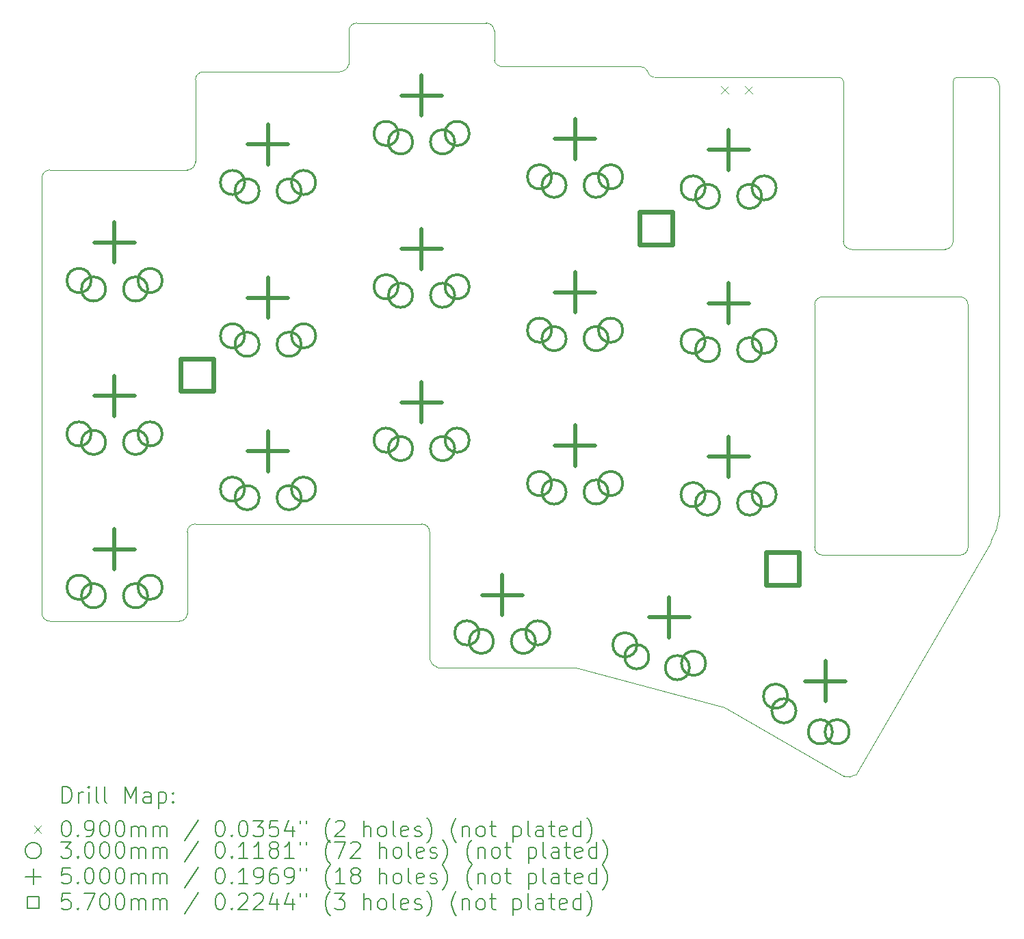
<source format=gbr>
%TF.GenerationSoftware,KiCad,Pcbnew,8.0.5*%
%TF.CreationDate,2024-10-08T17:17:03+03:00*%
%TF.ProjectId,1_3AS,315f3341-532e-46b6-9963-61645f706362,rev?*%
%TF.SameCoordinates,Original*%
%TF.FileFunction,Drillmap*%
%TF.FilePolarity,Positive*%
%FSLAX45Y45*%
G04 Gerber Fmt 4.5, Leading zero omitted, Abs format (unit mm)*
G04 Created by KiCad (PCBNEW 8.0.5) date 2024-10-08 17:17:03*
%MOMM*%
%LPD*%
G01*
G04 APERTURE LIST*
%ADD10C,0.120000*%
%ADD11C,0.200000*%
%ADD12C,0.100000*%
%ADD13C,0.300000*%
%ADD14C,0.500000*%
%ADD15C,0.570000*%
G04 APERTURE END LIST*
D10*
X21196300Y-5561605D02*
X20780000Y-5561605D01*
X11350000Y-5594098D02*
G75*
G02*
X11450000Y-5494100I100000J-2D01*
G01*
X21196301Y-5561598D02*
G75*
G02*
X21300004Y-5661598I-1J-103772D01*
G01*
X11250000Y-12208385D02*
G75*
G02*
X11150000Y-12300000I-95810J4195D01*
G01*
X11150000Y-12300000D02*
X9550000Y-12300000D01*
X17050805Y-5561893D02*
G75*
G02*
X16949997Y-5490001I-10505J91893D01*
G01*
X17898000Y-13370097D02*
X16060000Y-12874097D01*
X14150000Y-11094099D02*
G75*
G02*
X14250001Y-11194099I0J-100001D01*
G01*
X13250000Y-4991125D02*
G75*
G02*
X13350000Y-4887875I100190J3015D01*
G01*
X21300000Y-5661598D02*
X21300000Y-10998200D01*
X15164850Y-5425889D02*
X16850000Y-5425889D01*
X19520000Y-14201651D02*
G75*
G02*
X19379998Y-14220004I-84530J101651D01*
G01*
X14250000Y-12770000D02*
X14250000Y-11194099D01*
X19380000Y-14220000D02*
X17898000Y-13370097D01*
X16850000Y-5425889D02*
G75*
G02*
X16950002Y-5489999I3620J-104401D01*
G01*
X11450000Y-5494098D02*
X13116350Y-5494748D01*
X17050805Y-5561893D02*
X19320000Y-5561605D01*
X9450397Y-6809098D02*
G75*
G02*
X9550000Y-6709098I100003J-2D01*
G01*
X21196300Y-11315700D02*
X19520000Y-14201651D01*
X11250000Y-11194090D02*
G75*
G02*
X11350000Y-11094090I100010J-10D01*
G01*
X15164850Y-5425889D02*
G75*
G02*
X15050003Y-5351187I-20070J94779D01*
G01*
X9450000Y-12209098D02*
X9450000Y-6809098D01*
X14350000Y-12874071D02*
G75*
G02*
X14249999Y-12770000I40130J138641D01*
G01*
X13350000Y-4887879D02*
X14950000Y-4888169D01*
X11350000Y-6609095D02*
G75*
G02*
X11250000Y-6709090I-99990J-5D01*
G01*
X13250000Y-5400650D02*
X13250000Y-4991126D01*
X11250000Y-12208385D02*
X11250000Y-11194090D01*
X14950000Y-4888169D02*
G75*
G02*
X15050001Y-4988336I-80J-100081D01*
G01*
X9549979Y-12300682D02*
G75*
G02*
X9450000Y-12209098I3251J103912D01*
G01*
X9550000Y-6709098D02*
X11250000Y-6709098D01*
X16060000Y-12874097D02*
X14350000Y-12874071D01*
X13250000Y-5400650D02*
G75*
G02*
X13116350Y-5494748I-121530J30650D01*
G01*
X15050000Y-4988336D02*
X15050000Y-5351188D01*
X14150000Y-11094099D02*
X11350000Y-11094099D01*
X11350000Y-6609095D02*
X11350000Y-5594098D01*
X21300000Y-10998200D02*
G75*
G02*
X21196299Y-11315699I-726000J61440D01*
G01*
X19014400Y-11380600D02*
X19014400Y-8380600D01*
X19114400Y-8280600D02*
X20814400Y-8280600D01*
X20814400Y-11480600D02*
X19114400Y-11480600D01*
X20914400Y-8380600D02*
X20914400Y-11380600D01*
X19014400Y-8380600D02*
G75*
G02*
X19114400Y-8280600I100005J-5D01*
G01*
X19114400Y-11480600D02*
G75*
G02*
X19014400Y-11380600I2J100002D01*
G01*
X20814400Y-8280600D02*
G75*
G02*
X20914400Y-8380600I0J-100000D01*
G01*
X20914400Y-11380600D02*
G75*
G02*
X20814400Y-11480600I-99995J-5D01*
G01*
X19370000Y-5611605D02*
X19370000Y-7591605D01*
X19470000Y-7691605D02*
X20630000Y-7691605D01*
X20730000Y-7591605D02*
X20730000Y-5611605D01*
X19320000Y-5561605D02*
G75*
G02*
X19370000Y-5611605I0J-50000D01*
G01*
X19470000Y-7691605D02*
G75*
G02*
X19370000Y-7591605I0J100000D01*
G01*
X20730000Y-5611605D02*
G75*
G02*
X20780000Y-5561605I50000J0D01*
G01*
X20730000Y-7591605D02*
G75*
G02*
X20630000Y-7691605I-100000J0D01*
G01*
D11*
D12*
X17855000Y-5674097D02*
X17945000Y-5764097D01*
X17945000Y-5674097D02*
X17855000Y-5764097D01*
X18155000Y-5674097D02*
X18245000Y-5764097D01*
X18245000Y-5674097D02*
X18155000Y-5764097D01*
D13*
X10060000Y-8079097D02*
G75*
G02*
X9760000Y-8079097I-150000J0D01*
G01*
X9760000Y-8079097D02*
G75*
G02*
X10060000Y-8079097I150000J0D01*
G01*
X10060000Y-9979097D02*
G75*
G02*
X9760000Y-9979097I-150000J0D01*
G01*
X9760000Y-9979097D02*
G75*
G02*
X10060000Y-9979097I150000J0D01*
G01*
X10060000Y-11879097D02*
G75*
G02*
X9760000Y-11879097I-150000J0D01*
G01*
X9760000Y-11879097D02*
G75*
G02*
X10060000Y-11879097I150000J0D01*
G01*
X10240000Y-8184097D02*
G75*
G02*
X9940000Y-8184097I-150000J0D01*
G01*
X9940000Y-8184097D02*
G75*
G02*
X10240000Y-8184097I150000J0D01*
G01*
X10240000Y-10084097D02*
G75*
G02*
X9940000Y-10084097I-150000J0D01*
G01*
X9940000Y-10084097D02*
G75*
G02*
X10240000Y-10084097I150000J0D01*
G01*
X10240000Y-11984097D02*
G75*
G02*
X9940000Y-11984097I-150000J0D01*
G01*
X9940000Y-11984097D02*
G75*
G02*
X10240000Y-11984097I150000J0D01*
G01*
X10760000Y-8184097D02*
G75*
G02*
X10460000Y-8184097I-150000J0D01*
G01*
X10460000Y-8184097D02*
G75*
G02*
X10760000Y-8184097I150000J0D01*
G01*
X10760000Y-10084097D02*
G75*
G02*
X10460000Y-10084097I-150000J0D01*
G01*
X10460000Y-10084097D02*
G75*
G02*
X10760000Y-10084097I150000J0D01*
G01*
X10760000Y-11984097D02*
G75*
G02*
X10460000Y-11984097I-150000J0D01*
G01*
X10460000Y-11984097D02*
G75*
G02*
X10760000Y-11984097I150000J0D01*
G01*
X10940000Y-8079097D02*
G75*
G02*
X10640000Y-8079097I-150000J0D01*
G01*
X10640000Y-8079097D02*
G75*
G02*
X10940000Y-8079097I150000J0D01*
G01*
X10940000Y-9979097D02*
G75*
G02*
X10640000Y-9979097I-150000J0D01*
G01*
X10640000Y-9979097D02*
G75*
G02*
X10940000Y-9979097I150000J0D01*
G01*
X10940000Y-11879097D02*
G75*
G02*
X10640000Y-11879097I-150000J0D01*
G01*
X10640000Y-11879097D02*
G75*
G02*
X10940000Y-11879097I150000J0D01*
G01*
X11960000Y-6864097D02*
G75*
G02*
X11660000Y-6864097I-150000J0D01*
G01*
X11660000Y-6864097D02*
G75*
G02*
X11960000Y-6864097I150000J0D01*
G01*
X11960000Y-8764097D02*
G75*
G02*
X11660000Y-8764097I-150000J0D01*
G01*
X11660000Y-8764097D02*
G75*
G02*
X11960000Y-8764097I150000J0D01*
G01*
X11960000Y-10664097D02*
G75*
G02*
X11660000Y-10664097I-150000J0D01*
G01*
X11660000Y-10664097D02*
G75*
G02*
X11960000Y-10664097I150000J0D01*
G01*
X12140000Y-6969097D02*
G75*
G02*
X11840000Y-6969097I-150000J0D01*
G01*
X11840000Y-6969097D02*
G75*
G02*
X12140000Y-6969097I150000J0D01*
G01*
X12140000Y-8869097D02*
G75*
G02*
X11840000Y-8869097I-150000J0D01*
G01*
X11840000Y-8869097D02*
G75*
G02*
X12140000Y-8869097I150000J0D01*
G01*
X12140000Y-10769097D02*
G75*
G02*
X11840000Y-10769097I-150000J0D01*
G01*
X11840000Y-10769097D02*
G75*
G02*
X12140000Y-10769097I150000J0D01*
G01*
X12660000Y-6969097D02*
G75*
G02*
X12360000Y-6969097I-150000J0D01*
G01*
X12360000Y-6969097D02*
G75*
G02*
X12660000Y-6969097I150000J0D01*
G01*
X12660000Y-8869097D02*
G75*
G02*
X12360000Y-8869097I-150000J0D01*
G01*
X12360000Y-8869097D02*
G75*
G02*
X12660000Y-8869097I150000J0D01*
G01*
X12660000Y-10769097D02*
G75*
G02*
X12360000Y-10769097I-150000J0D01*
G01*
X12360000Y-10769097D02*
G75*
G02*
X12660000Y-10769097I150000J0D01*
G01*
X12840000Y-6864097D02*
G75*
G02*
X12540000Y-6864097I-150000J0D01*
G01*
X12540000Y-6864097D02*
G75*
G02*
X12840000Y-6864097I150000J0D01*
G01*
X12840000Y-8764097D02*
G75*
G02*
X12540000Y-8764097I-150000J0D01*
G01*
X12540000Y-8764097D02*
G75*
G02*
X12840000Y-8764097I150000J0D01*
G01*
X12840000Y-10664097D02*
G75*
G02*
X12540000Y-10664097I-150000J0D01*
G01*
X12540000Y-10664097D02*
G75*
G02*
X12840000Y-10664097I150000J0D01*
G01*
X13860000Y-6256597D02*
G75*
G02*
X13560000Y-6256597I-150000J0D01*
G01*
X13560000Y-6256597D02*
G75*
G02*
X13860000Y-6256597I150000J0D01*
G01*
X13860000Y-8156597D02*
G75*
G02*
X13560000Y-8156597I-150000J0D01*
G01*
X13560000Y-8156597D02*
G75*
G02*
X13860000Y-8156597I150000J0D01*
G01*
X13860000Y-10056597D02*
G75*
G02*
X13560000Y-10056597I-150000J0D01*
G01*
X13560000Y-10056597D02*
G75*
G02*
X13860000Y-10056597I150000J0D01*
G01*
X14040000Y-6361597D02*
G75*
G02*
X13740000Y-6361597I-150000J0D01*
G01*
X13740000Y-6361597D02*
G75*
G02*
X14040000Y-6361597I150000J0D01*
G01*
X14040000Y-8261597D02*
G75*
G02*
X13740000Y-8261597I-150000J0D01*
G01*
X13740000Y-8261597D02*
G75*
G02*
X14040000Y-8261597I150000J0D01*
G01*
X14040000Y-10161597D02*
G75*
G02*
X13740000Y-10161597I-150000J0D01*
G01*
X13740000Y-10161597D02*
G75*
G02*
X14040000Y-10161597I150000J0D01*
G01*
X14560000Y-6361597D02*
G75*
G02*
X14260000Y-6361597I-150000J0D01*
G01*
X14260000Y-6361597D02*
G75*
G02*
X14560000Y-6361597I150000J0D01*
G01*
X14560000Y-8261597D02*
G75*
G02*
X14260000Y-8261597I-150000J0D01*
G01*
X14260000Y-8261597D02*
G75*
G02*
X14560000Y-8261597I150000J0D01*
G01*
X14560000Y-10161597D02*
G75*
G02*
X14260000Y-10161597I-150000J0D01*
G01*
X14260000Y-10161597D02*
G75*
G02*
X14560000Y-10161597I150000J0D01*
G01*
X14740000Y-6256597D02*
G75*
G02*
X14440000Y-6256597I-150000J0D01*
G01*
X14440000Y-6256597D02*
G75*
G02*
X14740000Y-6256597I150000J0D01*
G01*
X14740000Y-8156597D02*
G75*
G02*
X14440000Y-8156597I-150000J0D01*
G01*
X14440000Y-8156597D02*
G75*
G02*
X14740000Y-8156597I150000J0D01*
G01*
X14740000Y-10056597D02*
G75*
G02*
X14440000Y-10056597I-150000J0D01*
G01*
X14440000Y-10056597D02*
G75*
G02*
X14740000Y-10056597I150000J0D01*
G01*
X14860000Y-12444070D02*
G75*
G02*
X14560000Y-12444070I-150000J0D01*
G01*
X14560000Y-12444070D02*
G75*
G02*
X14860000Y-12444070I150000J0D01*
G01*
X15040000Y-12549070D02*
G75*
G02*
X14740000Y-12549070I-150000J0D01*
G01*
X14740000Y-12549070D02*
G75*
G02*
X15040000Y-12549070I150000J0D01*
G01*
X15560000Y-12549070D02*
G75*
G02*
X15260000Y-12549070I-150000J0D01*
G01*
X15260000Y-12549070D02*
G75*
G02*
X15560000Y-12549070I150000J0D01*
G01*
X15740000Y-12444070D02*
G75*
G02*
X15440000Y-12444070I-150000J0D01*
G01*
X15440000Y-12444070D02*
G75*
G02*
X15740000Y-12444070I150000J0D01*
G01*
X15760000Y-6794097D02*
G75*
G02*
X15460000Y-6794097I-150000J0D01*
G01*
X15460000Y-6794097D02*
G75*
G02*
X15760000Y-6794097I150000J0D01*
G01*
X15760000Y-8694097D02*
G75*
G02*
X15460000Y-8694097I-150000J0D01*
G01*
X15460000Y-8694097D02*
G75*
G02*
X15760000Y-8694097I150000J0D01*
G01*
X15760000Y-10594097D02*
G75*
G02*
X15460000Y-10594097I-150000J0D01*
G01*
X15460000Y-10594097D02*
G75*
G02*
X15760000Y-10594097I150000J0D01*
G01*
X15940000Y-6899097D02*
G75*
G02*
X15640000Y-6899097I-150000J0D01*
G01*
X15640000Y-6899097D02*
G75*
G02*
X15940000Y-6899097I150000J0D01*
G01*
X15940000Y-8799097D02*
G75*
G02*
X15640000Y-8799097I-150000J0D01*
G01*
X15640000Y-8799097D02*
G75*
G02*
X15940000Y-8799097I150000J0D01*
G01*
X15940000Y-10699097D02*
G75*
G02*
X15640000Y-10699097I-150000J0D01*
G01*
X15640000Y-10699097D02*
G75*
G02*
X15940000Y-10699097I150000J0D01*
G01*
X16460000Y-6899097D02*
G75*
G02*
X16160000Y-6899097I-150000J0D01*
G01*
X16160000Y-6899097D02*
G75*
G02*
X16460000Y-6899097I150000J0D01*
G01*
X16460000Y-8799097D02*
G75*
G02*
X16160000Y-8799097I-150000J0D01*
G01*
X16160000Y-8799097D02*
G75*
G02*
X16460000Y-8799097I150000J0D01*
G01*
X16460000Y-10699097D02*
G75*
G02*
X16160000Y-10699097I-150000J0D01*
G01*
X16160000Y-10699097D02*
G75*
G02*
X16460000Y-10699097I150000J0D01*
G01*
X16640000Y-6794097D02*
G75*
G02*
X16340000Y-6794097I-150000J0D01*
G01*
X16340000Y-6794097D02*
G75*
G02*
X16640000Y-6794097I150000J0D01*
G01*
X16640000Y-8694097D02*
G75*
G02*
X16340000Y-8694097I-150000J0D01*
G01*
X16340000Y-8694097D02*
G75*
G02*
X16640000Y-8694097I150000J0D01*
G01*
X16640000Y-10594097D02*
G75*
G02*
X16340000Y-10594097I-150000J0D01*
G01*
X16340000Y-10594097D02*
G75*
G02*
X16640000Y-10594097I150000J0D01*
G01*
X16816855Y-12592423D02*
G75*
G02*
X16516855Y-12592423I-150000J0D01*
G01*
X16516855Y-12592423D02*
G75*
G02*
X16816855Y-12592423I150000J0D01*
G01*
X16963546Y-12740433D02*
G75*
G02*
X16663546Y-12740433I-150000J0D01*
G01*
X16663546Y-12740433D02*
G75*
G02*
X16963546Y-12740433I150000J0D01*
G01*
X17465827Y-12875019D02*
G75*
G02*
X17165827Y-12875019I-150000J0D01*
G01*
X17165827Y-12875019D02*
G75*
G02*
X17465827Y-12875019I150000J0D01*
G01*
X17660000Y-6931597D02*
G75*
G02*
X17360000Y-6931597I-150000J0D01*
G01*
X17360000Y-6931597D02*
G75*
G02*
X17660000Y-6931597I150000J0D01*
G01*
X17660000Y-8831597D02*
G75*
G02*
X17360000Y-8831597I-150000J0D01*
G01*
X17360000Y-8831597D02*
G75*
G02*
X17660000Y-8831597I150000J0D01*
G01*
X17660000Y-10731597D02*
G75*
G02*
X17360000Y-10731597I-150000J0D01*
G01*
X17360000Y-10731597D02*
G75*
G02*
X17660000Y-10731597I150000J0D01*
G01*
X17666870Y-12820184D02*
G75*
G02*
X17366870Y-12820184I-150000J0D01*
G01*
X17366870Y-12820184D02*
G75*
G02*
X17666870Y-12820184I150000J0D01*
G01*
X17840000Y-7036597D02*
G75*
G02*
X17540000Y-7036597I-150000J0D01*
G01*
X17540000Y-7036597D02*
G75*
G02*
X17840000Y-7036597I150000J0D01*
G01*
X17840000Y-8936597D02*
G75*
G02*
X17540000Y-8936597I-150000J0D01*
G01*
X17540000Y-8936597D02*
G75*
G02*
X17840000Y-8936597I150000J0D01*
G01*
X17840000Y-10836597D02*
G75*
G02*
X17540000Y-10836597I-150000J0D01*
G01*
X17540000Y-10836597D02*
G75*
G02*
X17840000Y-10836597I150000J0D01*
G01*
X18360000Y-7036597D02*
G75*
G02*
X18060000Y-7036597I-150000J0D01*
G01*
X18060000Y-7036597D02*
G75*
G02*
X18360000Y-7036597I150000J0D01*
G01*
X18360000Y-8936597D02*
G75*
G02*
X18060000Y-8936597I-150000J0D01*
G01*
X18060000Y-8936597D02*
G75*
G02*
X18360000Y-8936597I150000J0D01*
G01*
X18360000Y-10836597D02*
G75*
G02*
X18060000Y-10836597I-150000J0D01*
G01*
X18060000Y-10836597D02*
G75*
G02*
X18360000Y-10836597I150000J0D01*
G01*
X18540000Y-6931597D02*
G75*
G02*
X18240000Y-6931597I-150000J0D01*
G01*
X18240000Y-6931597D02*
G75*
G02*
X18540000Y-6931597I150000J0D01*
G01*
X18540000Y-8831597D02*
G75*
G02*
X18240000Y-8831597I-150000J0D01*
G01*
X18240000Y-8831597D02*
G75*
G02*
X18540000Y-8831597I150000J0D01*
G01*
X18540000Y-10731597D02*
G75*
G02*
X18240000Y-10731597I-150000J0D01*
G01*
X18240000Y-10731597D02*
G75*
G02*
X18540000Y-10731597I150000J0D01*
G01*
X18681675Y-13228949D02*
G75*
G02*
X18381675Y-13228949I-150000J0D01*
G01*
X18381675Y-13228949D02*
G75*
G02*
X18681675Y-13228949I150000J0D01*
G01*
X18785060Y-13409882D02*
G75*
G02*
X18485060Y-13409882I-150000J0D01*
G01*
X18485060Y-13409882D02*
G75*
G02*
X18785060Y-13409882I150000J0D01*
G01*
X19235393Y-13669882D02*
G75*
G02*
X18935393Y-13669882I-150000J0D01*
G01*
X18935393Y-13669882D02*
G75*
G02*
X19235393Y-13669882I150000J0D01*
G01*
X19443778Y-13668949D02*
G75*
G02*
X19143778Y-13668949I-150000J0D01*
G01*
X19143778Y-13668949D02*
G75*
G02*
X19443778Y-13668949I150000J0D01*
G01*
D14*
X10350000Y-7359097D02*
X10350000Y-7859097D01*
X10100000Y-7609097D02*
X10600000Y-7609097D01*
X10350000Y-9259097D02*
X10350000Y-9759097D01*
X10100000Y-9509097D02*
X10600000Y-9509097D01*
X10350000Y-11159097D02*
X10350000Y-11659097D01*
X10100000Y-11409097D02*
X10600000Y-11409097D01*
X12250000Y-6144097D02*
X12250000Y-6644097D01*
X12000000Y-6394097D02*
X12500000Y-6394097D01*
X12250000Y-8044097D02*
X12250000Y-8544097D01*
X12000000Y-8294097D02*
X12500000Y-8294097D01*
X12250000Y-9944097D02*
X12250000Y-10444097D01*
X12000000Y-10194097D02*
X12500000Y-10194097D01*
X14150000Y-5536597D02*
X14150000Y-6036597D01*
X13900000Y-5786597D02*
X14400000Y-5786597D01*
X14150000Y-7436597D02*
X14150000Y-7936597D01*
X13900000Y-7686597D02*
X14400000Y-7686597D01*
X14150000Y-9336597D02*
X14150000Y-9836597D01*
X13900000Y-9586597D02*
X14400000Y-9586597D01*
X15150000Y-11724070D02*
X15150000Y-12224070D01*
X14900000Y-11974070D02*
X15400000Y-11974070D01*
X16050000Y-6074097D02*
X16050000Y-6574097D01*
X15800000Y-6324097D02*
X16300000Y-6324097D01*
X16050000Y-7974097D02*
X16050000Y-8474097D01*
X15800000Y-8224097D02*
X16300000Y-8224097D01*
X16050000Y-9874097D02*
X16050000Y-10374097D01*
X15800000Y-10124097D02*
X16300000Y-10124097D01*
X17213508Y-12002319D02*
X17213508Y-12502319D01*
X16963508Y-12252319D02*
X17463508Y-12252319D01*
X17950000Y-6211597D02*
X17950000Y-6711597D01*
X17700000Y-6461597D02*
X18200000Y-6461597D01*
X17950000Y-8111597D02*
X17950000Y-8611597D01*
X17700000Y-8361597D02*
X18200000Y-8361597D01*
X17950000Y-10011597D02*
X17950000Y-10511597D01*
X17700000Y-10261597D02*
X18200000Y-10261597D01*
X19147726Y-12791917D02*
X19147726Y-13291917D01*
X18897726Y-13041917D02*
X19397726Y-13041917D01*
D15*
X11572357Y-9449942D02*
X11572357Y-9046887D01*
X11169302Y-9046887D01*
X11169302Y-9449942D01*
X11572357Y-9449942D01*
X17251527Y-7631527D02*
X17251527Y-7228473D01*
X16848473Y-7228473D01*
X16848473Y-7631527D01*
X17251527Y-7631527D01*
X18819743Y-11847841D02*
X18819743Y-11444786D01*
X18416688Y-11444786D01*
X18416688Y-11847841D01*
X18819743Y-11847841D01*
D11*
X9704777Y-14549689D02*
X9704777Y-14349689D01*
X9704777Y-14349689D02*
X9752396Y-14349689D01*
X9752396Y-14349689D02*
X9780967Y-14359213D01*
X9780967Y-14359213D02*
X9800015Y-14378260D01*
X9800015Y-14378260D02*
X9809539Y-14397308D01*
X9809539Y-14397308D02*
X9819063Y-14435403D01*
X9819063Y-14435403D02*
X9819063Y-14463975D01*
X9819063Y-14463975D02*
X9809539Y-14502070D01*
X9809539Y-14502070D02*
X9800015Y-14521117D01*
X9800015Y-14521117D02*
X9780967Y-14540165D01*
X9780967Y-14540165D02*
X9752396Y-14549689D01*
X9752396Y-14549689D02*
X9704777Y-14549689D01*
X9904777Y-14549689D02*
X9904777Y-14416356D01*
X9904777Y-14454451D02*
X9914301Y-14435403D01*
X9914301Y-14435403D02*
X9923824Y-14425879D01*
X9923824Y-14425879D02*
X9942872Y-14416356D01*
X9942872Y-14416356D02*
X9961920Y-14416356D01*
X10028586Y-14549689D02*
X10028586Y-14416356D01*
X10028586Y-14349689D02*
X10019063Y-14359213D01*
X10019063Y-14359213D02*
X10028586Y-14368737D01*
X10028586Y-14368737D02*
X10038110Y-14359213D01*
X10038110Y-14359213D02*
X10028586Y-14349689D01*
X10028586Y-14349689D02*
X10028586Y-14368737D01*
X10152396Y-14549689D02*
X10133348Y-14540165D01*
X10133348Y-14540165D02*
X10123824Y-14521117D01*
X10123824Y-14521117D02*
X10123824Y-14349689D01*
X10257158Y-14549689D02*
X10238110Y-14540165D01*
X10238110Y-14540165D02*
X10228586Y-14521117D01*
X10228586Y-14521117D02*
X10228586Y-14349689D01*
X10485729Y-14549689D02*
X10485729Y-14349689D01*
X10485729Y-14349689D02*
X10552396Y-14492546D01*
X10552396Y-14492546D02*
X10619063Y-14349689D01*
X10619063Y-14349689D02*
X10619063Y-14549689D01*
X10800015Y-14549689D02*
X10800015Y-14444927D01*
X10800015Y-14444927D02*
X10790491Y-14425879D01*
X10790491Y-14425879D02*
X10771444Y-14416356D01*
X10771444Y-14416356D02*
X10733348Y-14416356D01*
X10733348Y-14416356D02*
X10714301Y-14425879D01*
X10800015Y-14540165D02*
X10780967Y-14549689D01*
X10780967Y-14549689D02*
X10733348Y-14549689D01*
X10733348Y-14549689D02*
X10714301Y-14540165D01*
X10714301Y-14540165D02*
X10704777Y-14521117D01*
X10704777Y-14521117D02*
X10704777Y-14502070D01*
X10704777Y-14502070D02*
X10714301Y-14483022D01*
X10714301Y-14483022D02*
X10733348Y-14473498D01*
X10733348Y-14473498D02*
X10780967Y-14473498D01*
X10780967Y-14473498D02*
X10800015Y-14463975D01*
X10895253Y-14416356D02*
X10895253Y-14616356D01*
X10895253Y-14425879D02*
X10914301Y-14416356D01*
X10914301Y-14416356D02*
X10952396Y-14416356D01*
X10952396Y-14416356D02*
X10971444Y-14425879D01*
X10971444Y-14425879D02*
X10980967Y-14435403D01*
X10980967Y-14435403D02*
X10990491Y-14454451D01*
X10990491Y-14454451D02*
X10990491Y-14511594D01*
X10990491Y-14511594D02*
X10980967Y-14530641D01*
X10980967Y-14530641D02*
X10971444Y-14540165D01*
X10971444Y-14540165D02*
X10952396Y-14549689D01*
X10952396Y-14549689D02*
X10914301Y-14549689D01*
X10914301Y-14549689D02*
X10895253Y-14540165D01*
X11076205Y-14530641D02*
X11085729Y-14540165D01*
X11085729Y-14540165D02*
X11076205Y-14549689D01*
X11076205Y-14549689D02*
X11066682Y-14540165D01*
X11066682Y-14540165D02*
X11076205Y-14530641D01*
X11076205Y-14530641D02*
X11076205Y-14549689D01*
X11076205Y-14425879D02*
X11085729Y-14435403D01*
X11085729Y-14435403D02*
X11076205Y-14444927D01*
X11076205Y-14444927D02*
X11066682Y-14435403D01*
X11066682Y-14435403D02*
X11076205Y-14425879D01*
X11076205Y-14425879D02*
X11076205Y-14444927D01*
D12*
X9354000Y-14833205D02*
X9444000Y-14923205D01*
X9444000Y-14833205D02*
X9354000Y-14923205D01*
D11*
X9742872Y-14769689D02*
X9761920Y-14769689D01*
X9761920Y-14769689D02*
X9780967Y-14779213D01*
X9780967Y-14779213D02*
X9790491Y-14788737D01*
X9790491Y-14788737D02*
X9800015Y-14807784D01*
X9800015Y-14807784D02*
X9809539Y-14845879D01*
X9809539Y-14845879D02*
X9809539Y-14893498D01*
X9809539Y-14893498D02*
X9800015Y-14931594D01*
X9800015Y-14931594D02*
X9790491Y-14950641D01*
X9790491Y-14950641D02*
X9780967Y-14960165D01*
X9780967Y-14960165D02*
X9761920Y-14969689D01*
X9761920Y-14969689D02*
X9742872Y-14969689D01*
X9742872Y-14969689D02*
X9723824Y-14960165D01*
X9723824Y-14960165D02*
X9714301Y-14950641D01*
X9714301Y-14950641D02*
X9704777Y-14931594D01*
X9704777Y-14931594D02*
X9695253Y-14893498D01*
X9695253Y-14893498D02*
X9695253Y-14845879D01*
X9695253Y-14845879D02*
X9704777Y-14807784D01*
X9704777Y-14807784D02*
X9714301Y-14788737D01*
X9714301Y-14788737D02*
X9723824Y-14779213D01*
X9723824Y-14779213D02*
X9742872Y-14769689D01*
X9895253Y-14950641D02*
X9904777Y-14960165D01*
X9904777Y-14960165D02*
X9895253Y-14969689D01*
X9895253Y-14969689D02*
X9885729Y-14960165D01*
X9885729Y-14960165D02*
X9895253Y-14950641D01*
X9895253Y-14950641D02*
X9895253Y-14969689D01*
X10000015Y-14969689D02*
X10038110Y-14969689D01*
X10038110Y-14969689D02*
X10057158Y-14960165D01*
X10057158Y-14960165D02*
X10066682Y-14950641D01*
X10066682Y-14950641D02*
X10085729Y-14922070D01*
X10085729Y-14922070D02*
X10095253Y-14883975D01*
X10095253Y-14883975D02*
X10095253Y-14807784D01*
X10095253Y-14807784D02*
X10085729Y-14788737D01*
X10085729Y-14788737D02*
X10076205Y-14779213D01*
X10076205Y-14779213D02*
X10057158Y-14769689D01*
X10057158Y-14769689D02*
X10019063Y-14769689D01*
X10019063Y-14769689D02*
X10000015Y-14779213D01*
X10000015Y-14779213D02*
X9990491Y-14788737D01*
X9990491Y-14788737D02*
X9980967Y-14807784D01*
X9980967Y-14807784D02*
X9980967Y-14855403D01*
X9980967Y-14855403D02*
X9990491Y-14874451D01*
X9990491Y-14874451D02*
X10000015Y-14883975D01*
X10000015Y-14883975D02*
X10019063Y-14893498D01*
X10019063Y-14893498D02*
X10057158Y-14893498D01*
X10057158Y-14893498D02*
X10076205Y-14883975D01*
X10076205Y-14883975D02*
X10085729Y-14874451D01*
X10085729Y-14874451D02*
X10095253Y-14855403D01*
X10219063Y-14769689D02*
X10238110Y-14769689D01*
X10238110Y-14769689D02*
X10257158Y-14779213D01*
X10257158Y-14779213D02*
X10266682Y-14788737D01*
X10266682Y-14788737D02*
X10276205Y-14807784D01*
X10276205Y-14807784D02*
X10285729Y-14845879D01*
X10285729Y-14845879D02*
X10285729Y-14893498D01*
X10285729Y-14893498D02*
X10276205Y-14931594D01*
X10276205Y-14931594D02*
X10266682Y-14950641D01*
X10266682Y-14950641D02*
X10257158Y-14960165D01*
X10257158Y-14960165D02*
X10238110Y-14969689D01*
X10238110Y-14969689D02*
X10219063Y-14969689D01*
X10219063Y-14969689D02*
X10200015Y-14960165D01*
X10200015Y-14960165D02*
X10190491Y-14950641D01*
X10190491Y-14950641D02*
X10180967Y-14931594D01*
X10180967Y-14931594D02*
X10171444Y-14893498D01*
X10171444Y-14893498D02*
X10171444Y-14845879D01*
X10171444Y-14845879D02*
X10180967Y-14807784D01*
X10180967Y-14807784D02*
X10190491Y-14788737D01*
X10190491Y-14788737D02*
X10200015Y-14779213D01*
X10200015Y-14779213D02*
X10219063Y-14769689D01*
X10409539Y-14769689D02*
X10428586Y-14769689D01*
X10428586Y-14769689D02*
X10447634Y-14779213D01*
X10447634Y-14779213D02*
X10457158Y-14788737D01*
X10457158Y-14788737D02*
X10466682Y-14807784D01*
X10466682Y-14807784D02*
X10476205Y-14845879D01*
X10476205Y-14845879D02*
X10476205Y-14893498D01*
X10476205Y-14893498D02*
X10466682Y-14931594D01*
X10466682Y-14931594D02*
X10457158Y-14950641D01*
X10457158Y-14950641D02*
X10447634Y-14960165D01*
X10447634Y-14960165D02*
X10428586Y-14969689D01*
X10428586Y-14969689D02*
X10409539Y-14969689D01*
X10409539Y-14969689D02*
X10390491Y-14960165D01*
X10390491Y-14960165D02*
X10380967Y-14950641D01*
X10380967Y-14950641D02*
X10371444Y-14931594D01*
X10371444Y-14931594D02*
X10361920Y-14893498D01*
X10361920Y-14893498D02*
X10361920Y-14845879D01*
X10361920Y-14845879D02*
X10371444Y-14807784D01*
X10371444Y-14807784D02*
X10380967Y-14788737D01*
X10380967Y-14788737D02*
X10390491Y-14779213D01*
X10390491Y-14779213D02*
X10409539Y-14769689D01*
X10561920Y-14969689D02*
X10561920Y-14836356D01*
X10561920Y-14855403D02*
X10571444Y-14845879D01*
X10571444Y-14845879D02*
X10590491Y-14836356D01*
X10590491Y-14836356D02*
X10619063Y-14836356D01*
X10619063Y-14836356D02*
X10638110Y-14845879D01*
X10638110Y-14845879D02*
X10647634Y-14864927D01*
X10647634Y-14864927D02*
X10647634Y-14969689D01*
X10647634Y-14864927D02*
X10657158Y-14845879D01*
X10657158Y-14845879D02*
X10676205Y-14836356D01*
X10676205Y-14836356D02*
X10704777Y-14836356D01*
X10704777Y-14836356D02*
X10723825Y-14845879D01*
X10723825Y-14845879D02*
X10733348Y-14864927D01*
X10733348Y-14864927D02*
X10733348Y-14969689D01*
X10828586Y-14969689D02*
X10828586Y-14836356D01*
X10828586Y-14855403D02*
X10838110Y-14845879D01*
X10838110Y-14845879D02*
X10857158Y-14836356D01*
X10857158Y-14836356D02*
X10885729Y-14836356D01*
X10885729Y-14836356D02*
X10904777Y-14845879D01*
X10904777Y-14845879D02*
X10914301Y-14864927D01*
X10914301Y-14864927D02*
X10914301Y-14969689D01*
X10914301Y-14864927D02*
X10923825Y-14845879D01*
X10923825Y-14845879D02*
X10942872Y-14836356D01*
X10942872Y-14836356D02*
X10971444Y-14836356D01*
X10971444Y-14836356D02*
X10990491Y-14845879D01*
X10990491Y-14845879D02*
X11000015Y-14864927D01*
X11000015Y-14864927D02*
X11000015Y-14969689D01*
X11390491Y-14760165D02*
X11219063Y-15017308D01*
X11647634Y-14769689D02*
X11666682Y-14769689D01*
X11666682Y-14769689D02*
X11685729Y-14779213D01*
X11685729Y-14779213D02*
X11695253Y-14788737D01*
X11695253Y-14788737D02*
X11704777Y-14807784D01*
X11704777Y-14807784D02*
X11714301Y-14845879D01*
X11714301Y-14845879D02*
X11714301Y-14893498D01*
X11714301Y-14893498D02*
X11704777Y-14931594D01*
X11704777Y-14931594D02*
X11695253Y-14950641D01*
X11695253Y-14950641D02*
X11685729Y-14960165D01*
X11685729Y-14960165D02*
X11666682Y-14969689D01*
X11666682Y-14969689D02*
X11647634Y-14969689D01*
X11647634Y-14969689D02*
X11628586Y-14960165D01*
X11628586Y-14960165D02*
X11619063Y-14950641D01*
X11619063Y-14950641D02*
X11609539Y-14931594D01*
X11609539Y-14931594D02*
X11600015Y-14893498D01*
X11600015Y-14893498D02*
X11600015Y-14845879D01*
X11600015Y-14845879D02*
X11609539Y-14807784D01*
X11609539Y-14807784D02*
X11619063Y-14788737D01*
X11619063Y-14788737D02*
X11628586Y-14779213D01*
X11628586Y-14779213D02*
X11647634Y-14769689D01*
X11800015Y-14950641D02*
X11809539Y-14960165D01*
X11809539Y-14960165D02*
X11800015Y-14969689D01*
X11800015Y-14969689D02*
X11790491Y-14960165D01*
X11790491Y-14960165D02*
X11800015Y-14950641D01*
X11800015Y-14950641D02*
X11800015Y-14969689D01*
X11933348Y-14769689D02*
X11952396Y-14769689D01*
X11952396Y-14769689D02*
X11971444Y-14779213D01*
X11971444Y-14779213D02*
X11980967Y-14788737D01*
X11980967Y-14788737D02*
X11990491Y-14807784D01*
X11990491Y-14807784D02*
X12000015Y-14845879D01*
X12000015Y-14845879D02*
X12000015Y-14893498D01*
X12000015Y-14893498D02*
X11990491Y-14931594D01*
X11990491Y-14931594D02*
X11980967Y-14950641D01*
X11980967Y-14950641D02*
X11971444Y-14960165D01*
X11971444Y-14960165D02*
X11952396Y-14969689D01*
X11952396Y-14969689D02*
X11933348Y-14969689D01*
X11933348Y-14969689D02*
X11914301Y-14960165D01*
X11914301Y-14960165D02*
X11904777Y-14950641D01*
X11904777Y-14950641D02*
X11895253Y-14931594D01*
X11895253Y-14931594D02*
X11885729Y-14893498D01*
X11885729Y-14893498D02*
X11885729Y-14845879D01*
X11885729Y-14845879D02*
X11895253Y-14807784D01*
X11895253Y-14807784D02*
X11904777Y-14788737D01*
X11904777Y-14788737D02*
X11914301Y-14779213D01*
X11914301Y-14779213D02*
X11933348Y-14769689D01*
X12066682Y-14769689D02*
X12190491Y-14769689D01*
X12190491Y-14769689D02*
X12123825Y-14845879D01*
X12123825Y-14845879D02*
X12152396Y-14845879D01*
X12152396Y-14845879D02*
X12171444Y-14855403D01*
X12171444Y-14855403D02*
X12180967Y-14864927D01*
X12180967Y-14864927D02*
X12190491Y-14883975D01*
X12190491Y-14883975D02*
X12190491Y-14931594D01*
X12190491Y-14931594D02*
X12180967Y-14950641D01*
X12180967Y-14950641D02*
X12171444Y-14960165D01*
X12171444Y-14960165D02*
X12152396Y-14969689D01*
X12152396Y-14969689D02*
X12095253Y-14969689D01*
X12095253Y-14969689D02*
X12076206Y-14960165D01*
X12076206Y-14960165D02*
X12066682Y-14950641D01*
X12371444Y-14769689D02*
X12276206Y-14769689D01*
X12276206Y-14769689D02*
X12266682Y-14864927D01*
X12266682Y-14864927D02*
X12276206Y-14855403D01*
X12276206Y-14855403D02*
X12295253Y-14845879D01*
X12295253Y-14845879D02*
X12342872Y-14845879D01*
X12342872Y-14845879D02*
X12361920Y-14855403D01*
X12361920Y-14855403D02*
X12371444Y-14864927D01*
X12371444Y-14864927D02*
X12380967Y-14883975D01*
X12380967Y-14883975D02*
X12380967Y-14931594D01*
X12380967Y-14931594D02*
X12371444Y-14950641D01*
X12371444Y-14950641D02*
X12361920Y-14960165D01*
X12361920Y-14960165D02*
X12342872Y-14969689D01*
X12342872Y-14969689D02*
X12295253Y-14969689D01*
X12295253Y-14969689D02*
X12276206Y-14960165D01*
X12276206Y-14960165D02*
X12266682Y-14950641D01*
X12552396Y-14836356D02*
X12552396Y-14969689D01*
X12504777Y-14760165D02*
X12457158Y-14903022D01*
X12457158Y-14903022D02*
X12580967Y-14903022D01*
X12647634Y-14769689D02*
X12647634Y-14807784D01*
X12723825Y-14769689D02*
X12723825Y-14807784D01*
X13019063Y-15045879D02*
X13009539Y-15036356D01*
X13009539Y-15036356D02*
X12990491Y-15007784D01*
X12990491Y-15007784D02*
X12980968Y-14988737D01*
X12980968Y-14988737D02*
X12971444Y-14960165D01*
X12971444Y-14960165D02*
X12961920Y-14912546D01*
X12961920Y-14912546D02*
X12961920Y-14874451D01*
X12961920Y-14874451D02*
X12971444Y-14826832D01*
X12971444Y-14826832D02*
X12980968Y-14798260D01*
X12980968Y-14798260D02*
X12990491Y-14779213D01*
X12990491Y-14779213D02*
X13009539Y-14750641D01*
X13009539Y-14750641D02*
X13019063Y-14741117D01*
X13085729Y-14788737D02*
X13095253Y-14779213D01*
X13095253Y-14779213D02*
X13114301Y-14769689D01*
X13114301Y-14769689D02*
X13161920Y-14769689D01*
X13161920Y-14769689D02*
X13180968Y-14779213D01*
X13180968Y-14779213D02*
X13190491Y-14788737D01*
X13190491Y-14788737D02*
X13200015Y-14807784D01*
X13200015Y-14807784D02*
X13200015Y-14826832D01*
X13200015Y-14826832D02*
X13190491Y-14855403D01*
X13190491Y-14855403D02*
X13076206Y-14969689D01*
X13076206Y-14969689D02*
X13200015Y-14969689D01*
X13438110Y-14969689D02*
X13438110Y-14769689D01*
X13523825Y-14969689D02*
X13523825Y-14864927D01*
X13523825Y-14864927D02*
X13514301Y-14845879D01*
X13514301Y-14845879D02*
X13495253Y-14836356D01*
X13495253Y-14836356D02*
X13466682Y-14836356D01*
X13466682Y-14836356D02*
X13447634Y-14845879D01*
X13447634Y-14845879D02*
X13438110Y-14855403D01*
X13647634Y-14969689D02*
X13628587Y-14960165D01*
X13628587Y-14960165D02*
X13619063Y-14950641D01*
X13619063Y-14950641D02*
X13609539Y-14931594D01*
X13609539Y-14931594D02*
X13609539Y-14874451D01*
X13609539Y-14874451D02*
X13619063Y-14855403D01*
X13619063Y-14855403D02*
X13628587Y-14845879D01*
X13628587Y-14845879D02*
X13647634Y-14836356D01*
X13647634Y-14836356D02*
X13676206Y-14836356D01*
X13676206Y-14836356D02*
X13695253Y-14845879D01*
X13695253Y-14845879D02*
X13704777Y-14855403D01*
X13704777Y-14855403D02*
X13714301Y-14874451D01*
X13714301Y-14874451D02*
X13714301Y-14931594D01*
X13714301Y-14931594D02*
X13704777Y-14950641D01*
X13704777Y-14950641D02*
X13695253Y-14960165D01*
X13695253Y-14960165D02*
X13676206Y-14969689D01*
X13676206Y-14969689D02*
X13647634Y-14969689D01*
X13828587Y-14969689D02*
X13809539Y-14960165D01*
X13809539Y-14960165D02*
X13800015Y-14941117D01*
X13800015Y-14941117D02*
X13800015Y-14769689D01*
X13980968Y-14960165D02*
X13961920Y-14969689D01*
X13961920Y-14969689D02*
X13923825Y-14969689D01*
X13923825Y-14969689D02*
X13904777Y-14960165D01*
X13904777Y-14960165D02*
X13895253Y-14941117D01*
X13895253Y-14941117D02*
X13895253Y-14864927D01*
X13895253Y-14864927D02*
X13904777Y-14845879D01*
X13904777Y-14845879D02*
X13923825Y-14836356D01*
X13923825Y-14836356D02*
X13961920Y-14836356D01*
X13961920Y-14836356D02*
X13980968Y-14845879D01*
X13980968Y-14845879D02*
X13990491Y-14864927D01*
X13990491Y-14864927D02*
X13990491Y-14883975D01*
X13990491Y-14883975D02*
X13895253Y-14903022D01*
X14066682Y-14960165D02*
X14085730Y-14969689D01*
X14085730Y-14969689D02*
X14123825Y-14969689D01*
X14123825Y-14969689D02*
X14142872Y-14960165D01*
X14142872Y-14960165D02*
X14152396Y-14941117D01*
X14152396Y-14941117D02*
X14152396Y-14931594D01*
X14152396Y-14931594D02*
X14142872Y-14912546D01*
X14142872Y-14912546D02*
X14123825Y-14903022D01*
X14123825Y-14903022D02*
X14095253Y-14903022D01*
X14095253Y-14903022D02*
X14076206Y-14893498D01*
X14076206Y-14893498D02*
X14066682Y-14874451D01*
X14066682Y-14874451D02*
X14066682Y-14864927D01*
X14066682Y-14864927D02*
X14076206Y-14845879D01*
X14076206Y-14845879D02*
X14095253Y-14836356D01*
X14095253Y-14836356D02*
X14123825Y-14836356D01*
X14123825Y-14836356D02*
X14142872Y-14845879D01*
X14219063Y-15045879D02*
X14228587Y-15036356D01*
X14228587Y-15036356D02*
X14247634Y-15007784D01*
X14247634Y-15007784D02*
X14257158Y-14988737D01*
X14257158Y-14988737D02*
X14266682Y-14960165D01*
X14266682Y-14960165D02*
X14276206Y-14912546D01*
X14276206Y-14912546D02*
X14276206Y-14874451D01*
X14276206Y-14874451D02*
X14266682Y-14826832D01*
X14266682Y-14826832D02*
X14257158Y-14798260D01*
X14257158Y-14798260D02*
X14247634Y-14779213D01*
X14247634Y-14779213D02*
X14228587Y-14750641D01*
X14228587Y-14750641D02*
X14219063Y-14741117D01*
X14580968Y-15045879D02*
X14571444Y-15036356D01*
X14571444Y-15036356D02*
X14552396Y-15007784D01*
X14552396Y-15007784D02*
X14542872Y-14988737D01*
X14542872Y-14988737D02*
X14533349Y-14960165D01*
X14533349Y-14960165D02*
X14523825Y-14912546D01*
X14523825Y-14912546D02*
X14523825Y-14874451D01*
X14523825Y-14874451D02*
X14533349Y-14826832D01*
X14533349Y-14826832D02*
X14542872Y-14798260D01*
X14542872Y-14798260D02*
X14552396Y-14779213D01*
X14552396Y-14779213D02*
X14571444Y-14750641D01*
X14571444Y-14750641D02*
X14580968Y-14741117D01*
X14657158Y-14836356D02*
X14657158Y-14969689D01*
X14657158Y-14855403D02*
X14666682Y-14845879D01*
X14666682Y-14845879D02*
X14685730Y-14836356D01*
X14685730Y-14836356D02*
X14714301Y-14836356D01*
X14714301Y-14836356D02*
X14733349Y-14845879D01*
X14733349Y-14845879D02*
X14742872Y-14864927D01*
X14742872Y-14864927D02*
X14742872Y-14969689D01*
X14866682Y-14969689D02*
X14847634Y-14960165D01*
X14847634Y-14960165D02*
X14838111Y-14950641D01*
X14838111Y-14950641D02*
X14828587Y-14931594D01*
X14828587Y-14931594D02*
X14828587Y-14874451D01*
X14828587Y-14874451D02*
X14838111Y-14855403D01*
X14838111Y-14855403D02*
X14847634Y-14845879D01*
X14847634Y-14845879D02*
X14866682Y-14836356D01*
X14866682Y-14836356D02*
X14895253Y-14836356D01*
X14895253Y-14836356D02*
X14914301Y-14845879D01*
X14914301Y-14845879D02*
X14923825Y-14855403D01*
X14923825Y-14855403D02*
X14933349Y-14874451D01*
X14933349Y-14874451D02*
X14933349Y-14931594D01*
X14933349Y-14931594D02*
X14923825Y-14950641D01*
X14923825Y-14950641D02*
X14914301Y-14960165D01*
X14914301Y-14960165D02*
X14895253Y-14969689D01*
X14895253Y-14969689D02*
X14866682Y-14969689D01*
X14990492Y-14836356D02*
X15066682Y-14836356D01*
X15019063Y-14769689D02*
X15019063Y-14941117D01*
X15019063Y-14941117D02*
X15028587Y-14960165D01*
X15028587Y-14960165D02*
X15047634Y-14969689D01*
X15047634Y-14969689D02*
X15066682Y-14969689D01*
X15285730Y-14836356D02*
X15285730Y-15036356D01*
X15285730Y-14845879D02*
X15304777Y-14836356D01*
X15304777Y-14836356D02*
X15342873Y-14836356D01*
X15342873Y-14836356D02*
X15361920Y-14845879D01*
X15361920Y-14845879D02*
X15371444Y-14855403D01*
X15371444Y-14855403D02*
X15380968Y-14874451D01*
X15380968Y-14874451D02*
X15380968Y-14931594D01*
X15380968Y-14931594D02*
X15371444Y-14950641D01*
X15371444Y-14950641D02*
X15361920Y-14960165D01*
X15361920Y-14960165D02*
X15342873Y-14969689D01*
X15342873Y-14969689D02*
X15304777Y-14969689D01*
X15304777Y-14969689D02*
X15285730Y-14960165D01*
X15495253Y-14969689D02*
X15476206Y-14960165D01*
X15476206Y-14960165D02*
X15466682Y-14941117D01*
X15466682Y-14941117D02*
X15466682Y-14769689D01*
X15657158Y-14969689D02*
X15657158Y-14864927D01*
X15657158Y-14864927D02*
X15647634Y-14845879D01*
X15647634Y-14845879D02*
X15628587Y-14836356D01*
X15628587Y-14836356D02*
X15590492Y-14836356D01*
X15590492Y-14836356D02*
X15571444Y-14845879D01*
X15657158Y-14960165D02*
X15638111Y-14969689D01*
X15638111Y-14969689D02*
X15590492Y-14969689D01*
X15590492Y-14969689D02*
X15571444Y-14960165D01*
X15571444Y-14960165D02*
X15561920Y-14941117D01*
X15561920Y-14941117D02*
X15561920Y-14922070D01*
X15561920Y-14922070D02*
X15571444Y-14903022D01*
X15571444Y-14903022D02*
X15590492Y-14893498D01*
X15590492Y-14893498D02*
X15638111Y-14893498D01*
X15638111Y-14893498D02*
X15657158Y-14883975D01*
X15723825Y-14836356D02*
X15800015Y-14836356D01*
X15752396Y-14769689D02*
X15752396Y-14941117D01*
X15752396Y-14941117D02*
X15761920Y-14960165D01*
X15761920Y-14960165D02*
X15780968Y-14969689D01*
X15780968Y-14969689D02*
X15800015Y-14969689D01*
X15942873Y-14960165D02*
X15923825Y-14969689D01*
X15923825Y-14969689D02*
X15885730Y-14969689D01*
X15885730Y-14969689D02*
X15866682Y-14960165D01*
X15866682Y-14960165D02*
X15857158Y-14941117D01*
X15857158Y-14941117D02*
X15857158Y-14864927D01*
X15857158Y-14864927D02*
X15866682Y-14845879D01*
X15866682Y-14845879D02*
X15885730Y-14836356D01*
X15885730Y-14836356D02*
X15923825Y-14836356D01*
X15923825Y-14836356D02*
X15942873Y-14845879D01*
X15942873Y-14845879D02*
X15952396Y-14864927D01*
X15952396Y-14864927D02*
X15952396Y-14883975D01*
X15952396Y-14883975D02*
X15857158Y-14903022D01*
X16123825Y-14969689D02*
X16123825Y-14769689D01*
X16123825Y-14960165D02*
X16104777Y-14969689D01*
X16104777Y-14969689D02*
X16066682Y-14969689D01*
X16066682Y-14969689D02*
X16047634Y-14960165D01*
X16047634Y-14960165D02*
X16038111Y-14950641D01*
X16038111Y-14950641D02*
X16028587Y-14931594D01*
X16028587Y-14931594D02*
X16028587Y-14874451D01*
X16028587Y-14874451D02*
X16038111Y-14855403D01*
X16038111Y-14855403D02*
X16047634Y-14845879D01*
X16047634Y-14845879D02*
X16066682Y-14836356D01*
X16066682Y-14836356D02*
X16104777Y-14836356D01*
X16104777Y-14836356D02*
X16123825Y-14845879D01*
X16200015Y-15045879D02*
X16209539Y-15036356D01*
X16209539Y-15036356D02*
X16228587Y-15007784D01*
X16228587Y-15007784D02*
X16238111Y-14988737D01*
X16238111Y-14988737D02*
X16247634Y-14960165D01*
X16247634Y-14960165D02*
X16257158Y-14912546D01*
X16257158Y-14912546D02*
X16257158Y-14874451D01*
X16257158Y-14874451D02*
X16247634Y-14826832D01*
X16247634Y-14826832D02*
X16238111Y-14798260D01*
X16238111Y-14798260D02*
X16228587Y-14779213D01*
X16228587Y-14779213D02*
X16209539Y-14750641D01*
X16209539Y-14750641D02*
X16200015Y-14741117D01*
X9444000Y-15142205D02*
G75*
G02*
X9244000Y-15142205I-100000J0D01*
G01*
X9244000Y-15142205D02*
G75*
G02*
X9444000Y-15142205I100000J0D01*
G01*
X9685729Y-15033689D02*
X9809539Y-15033689D01*
X9809539Y-15033689D02*
X9742872Y-15109879D01*
X9742872Y-15109879D02*
X9771444Y-15109879D01*
X9771444Y-15109879D02*
X9790491Y-15119403D01*
X9790491Y-15119403D02*
X9800015Y-15128927D01*
X9800015Y-15128927D02*
X9809539Y-15147975D01*
X9809539Y-15147975D02*
X9809539Y-15195594D01*
X9809539Y-15195594D02*
X9800015Y-15214641D01*
X9800015Y-15214641D02*
X9790491Y-15224165D01*
X9790491Y-15224165D02*
X9771444Y-15233689D01*
X9771444Y-15233689D02*
X9714301Y-15233689D01*
X9714301Y-15233689D02*
X9695253Y-15224165D01*
X9695253Y-15224165D02*
X9685729Y-15214641D01*
X9895253Y-15214641D02*
X9904777Y-15224165D01*
X9904777Y-15224165D02*
X9895253Y-15233689D01*
X9895253Y-15233689D02*
X9885729Y-15224165D01*
X9885729Y-15224165D02*
X9895253Y-15214641D01*
X9895253Y-15214641D02*
X9895253Y-15233689D01*
X10028586Y-15033689D02*
X10047634Y-15033689D01*
X10047634Y-15033689D02*
X10066682Y-15043213D01*
X10066682Y-15043213D02*
X10076205Y-15052737D01*
X10076205Y-15052737D02*
X10085729Y-15071784D01*
X10085729Y-15071784D02*
X10095253Y-15109879D01*
X10095253Y-15109879D02*
X10095253Y-15157498D01*
X10095253Y-15157498D02*
X10085729Y-15195594D01*
X10085729Y-15195594D02*
X10076205Y-15214641D01*
X10076205Y-15214641D02*
X10066682Y-15224165D01*
X10066682Y-15224165D02*
X10047634Y-15233689D01*
X10047634Y-15233689D02*
X10028586Y-15233689D01*
X10028586Y-15233689D02*
X10009539Y-15224165D01*
X10009539Y-15224165D02*
X10000015Y-15214641D01*
X10000015Y-15214641D02*
X9990491Y-15195594D01*
X9990491Y-15195594D02*
X9980967Y-15157498D01*
X9980967Y-15157498D02*
X9980967Y-15109879D01*
X9980967Y-15109879D02*
X9990491Y-15071784D01*
X9990491Y-15071784D02*
X10000015Y-15052737D01*
X10000015Y-15052737D02*
X10009539Y-15043213D01*
X10009539Y-15043213D02*
X10028586Y-15033689D01*
X10219063Y-15033689D02*
X10238110Y-15033689D01*
X10238110Y-15033689D02*
X10257158Y-15043213D01*
X10257158Y-15043213D02*
X10266682Y-15052737D01*
X10266682Y-15052737D02*
X10276205Y-15071784D01*
X10276205Y-15071784D02*
X10285729Y-15109879D01*
X10285729Y-15109879D02*
X10285729Y-15157498D01*
X10285729Y-15157498D02*
X10276205Y-15195594D01*
X10276205Y-15195594D02*
X10266682Y-15214641D01*
X10266682Y-15214641D02*
X10257158Y-15224165D01*
X10257158Y-15224165D02*
X10238110Y-15233689D01*
X10238110Y-15233689D02*
X10219063Y-15233689D01*
X10219063Y-15233689D02*
X10200015Y-15224165D01*
X10200015Y-15224165D02*
X10190491Y-15214641D01*
X10190491Y-15214641D02*
X10180967Y-15195594D01*
X10180967Y-15195594D02*
X10171444Y-15157498D01*
X10171444Y-15157498D02*
X10171444Y-15109879D01*
X10171444Y-15109879D02*
X10180967Y-15071784D01*
X10180967Y-15071784D02*
X10190491Y-15052737D01*
X10190491Y-15052737D02*
X10200015Y-15043213D01*
X10200015Y-15043213D02*
X10219063Y-15033689D01*
X10409539Y-15033689D02*
X10428586Y-15033689D01*
X10428586Y-15033689D02*
X10447634Y-15043213D01*
X10447634Y-15043213D02*
X10457158Y-15052737D01*
X10457158Y-15052737D02*
X10466682Y-15071784D01*
X10466682Y-15071784D02*
X10476205Y-15109879D01*
X10476205Y-15109879D02*
X10476205Y-15157498D01*
X10476205Y-15157498D02*
X10466682Y-15195594D01*
X10466682Y-15195594D02*
X10457158Y-15214641D01*
X10457158Y-15214641D02*
X10447634Y-15224165D01*
X10447634Y-15224165D02*
X10428586Y-15233689D01*
X10428586Y-15233689D02*
X10409539Y-15233689D01*
X10409539Y-15233689D02*
X10390491Y-15224165D01*
X10390491Y-15224165D02*
X10380967Y-15214641D01*
X10380967Y-15214641D02*
X10371444Y-15195594D01*
X10371444Y-15195594D02*
X10361920Y-15157498D01*
X10361920Y-15157498D02*
X10361920Y-15109879D01*
X10361920Y-15109879D02*
X10371444Y-15071784D01*
X10371444Y-15071784D02*
X10380967Y-15052737D01*
X10380967Y-15052737D02*
X10390491Y-15043213D01*
X10390491Y-15043213D02*
X10409539Y-15033689D01*
X10561920Y-15233689D02*
X10561920Y-15100356D01*
X10561920Y-15119403D02*
X10571444Y-15109879D01*
X10571444Y-15109879D02*
X10590491Y-15100356D01*
X10590491Y-15100356D02*
X10619063Y-15100356D01*
X10619063Y-15100356D02*
X10638110Y-15109879D01*
X10638110Y-15109879D02*
X10647634Y-15128927D01*
X10647634Y-15128927D02*
X10647634Y-15233689D01*
X10647634Y-15128927D02*
X10657158Y-15109879D01*
X10657158Y-15109879D02*
X10676205Y-15100356D01*
X10676205Y-15100356D02*
X10704777Y-15100356D01*
X10704777Y-15100356D02*
X10723825Y-15109879D01*
X10723825Y-15109879D02*
X10733348Y-15128927D01*
X10733348Y-15128927D02*
X10733348Y-15233689D01*
X10828586Y-15233689D02*
X10828586Y-15100356D01*
X10828586Y-15119403D02*
X10838110Y-15109879D01*
X10838110Y-15109879D02*
X10857158Y-15100356D01*
X10857158Y-15100356D02*
X10885729Y-15100356D01*
X10885729Y-15100356D02*
X10904777Y-15109879D01*
X10904777Y-15109879D02*
X10914301Y-15128927D01*
X10914301Y-15128927D02*
X10914301Y-15233689D01*
X10914301Y-15128927D02*
X10923825Y-15109879D01*
X10923825Y-15109879D02*
X10942872Y-15100356D01*
X10942872Y-15100356D02*
X10971444Y-15100356D01*
X10971444Y-15100356D02*
X10990491Y-15109879D01*
X10990491Y-15109879D02*
X11000015Y-15128927D01*
X11000015Y-15128927D02*
X11000015Y-15233689D01*
X11390491Y-15024165D02*
X11219063Y-15281308D01*
X11647634Y-15033689D02*
X11666682Y-15033689D01*
X11666682Y-15033689D02*
X11685729Y-15043213D01*
X11685729Y-15043213D02*
X11695253Y-15052737D01*
X11695253Y-15052737D02*
X11704777Y-15071784D01*
X11704777Y-15071784D02*
X11714301Y-15109879D01*
X11714301Y-15109879D02*
X11714301Y-15157498D01*
X11714301Y-15157498D02*
X11704777Y-15195594D01*
X11704777Y-15195594D02*
X11695253Y-15214641D01*
X11695253Y-15214641D02*
X11685729Y-15224165D01*
X11685729Y-15224165D02*
X11666682Y-15233689D01*
X11666682Y-15233689D02*
X11647634Y-15233689D01*
X11647634Y-15233689D02*
X11628586Y-15224165D01*
X11628586Y-15224165D02*
X11619063Y-15214641D01*
X11619063Y-15214641D02*
X11609539Y-15195594D01*
X11609539Y-15195594D02*
X11600015Y-15157498D01*
X11600015Y-15157498D02*
X11600015Y-15109879D01*
X11600015Y-15109879D02*
X11609539Y-15071784D01*
X11609539Y-15071784D02*
X11619063Y-15052737D01*
X11619063Y-15052737D02*
X11628586Y-15043213D01*
X11628586Y-15043213D02*
X11647634Y-15033689D01*
X11800015Y-15214641D02*
X11809539Y-15224165D01*
X11809539Y-15224165D02*
X11800015Y-15233689D01*
X11800015Y-15233689D02*
X11790491Y-15224165D01*
X11790491Y-15224165D02*
X11800015Y-15214641D01*
X11800015Y-15214641D02*
X11800015Y-15233689D01*
X12000015Y-15233689D02*
X11885729Y-15233689D01*
X11942872Y-15233689D02*
X11942872Y-15033689D01*
X11942872Y-15033689D02*
X11923825Y-15062260D01*
X11923825Y-15062260D02*
X11904777Y-15081308D01*
X11904777Y-15081308D02*
X11885729Y-15090832D01*
X12190491Y-15233689D02*
X12076206Y-15233689D01*
X12133348Y-15233689D02*
X12133348Y-15033689D01*
X12133348Y-15033689D02*
X12114301Y-15062260D01*
X12114301Y-15062260D02*
X12095253Y-15081308D01*
X12095253Y-15081308D02*
X12076206Y-15090832D01*
X12304777Y-15119403D02*
X12285729Y-15109879D01*
X12285729Y-15109879D02*
X12276206Y-15100356D01*
X12276206Y-15100356D02*
X12266682Y-15081308D01*
X12266682Y-15081308D02*
X12266682Y-15071784D01*
X12266682Y-15071784D02*
X12276206Y-15052737D01*
X12276206Y-15052737D02*
X12285729Y-15043213D01*
X12285729Y-15043213D02*
X12304777Y-15033689D01*
X12304777Y-15033689D02*
X12342872Y-15033689D01*
X12342872Y-15033689D02*
X12361920Y-15043213D01*
X12361920Y-15043213D02*
X12371444Y-15052737D01*
X12371444Y-15052737D02*
X12380967Y-15071784D01*
X12380967Y-15071784D02*
X12380967Y-15081308D01*
X12380967Y-15081308D02*
X12371444Y-15100356D01*
X12371444Y-15100356D02*
X12361920Y-15109879D01*
X12361920Y-15109879D02*
X12342872Y-15119403D01*
X12342872Y-15119403D02*
X12304777Y-15119403D01*
X12304777Y-15119403D02*
X12285729Y-15128927D01*
X12285729Y-15128927D02*
X12276206Y-15138451D01*
X12276206Y-15138451D02*
X12266682Y-15157498D01*
X12266682Y-15157498D02*
X12266682Y-15195594D01*
X12266682Y-15195594D02*
X12276206Y-15214641D01*
X12276206Y-15214641D02*
X12285729Y-15224165D01*
X12285729Y-15224165D02*
X12304777Y-15233689D01*
X12304777Y-15233689D02*
X12342872Y-15233689D01*
X12342872Y-15233689D02*
X12361920Y-15224165D01*
X12361920Y-15224165D02*
X12371444Y-15214641D01*
X12371444Y-15214641D02*
X12380967Y-15195594D01*
X12380967Y-15195594D02*
X12380967Y-15157498D01*
X12380967Y-15157498D02*
X12371444Y-15138451D01*
X12371444Y-15138451D02*
X12361920Y-15128927D01*
X12361920Y-15128927D02*
X12342872Y-15119403D01*
X12571444Y-15233689D02*
X12457158Y-15233689D01*
X12514301Y-15233689D02*
X12514301Y-15033689D01*
X12514301Y-15033689D02*
X12495253Y-15062260D01*
X12495253Y-15062260D02*
X12476206Y-15081308D01*
X12476206Y-15081308D02*
X12457158Y-15090832D01*
X12647634Y-15033689D02*
X12647634Y-15071784D01*
X12723825Y-15033689D02*
X12723825Y-15071784D01*
X13019063Y-15309879D02*
X13009539Y-15300356D01*
X13009539Y-15300356D02*
X12990491Y-15271784D01*
X12990491Y-15271784D02*
X12980968Y-15252737D01*
X12980968Y-15252737D02*
X12971444Y-15224165D01*
X12971444Y-15224165D02*
X12961920Y-15176546D01*
X12961920Y-15176546D02*
X12961920Y-15138451D01*
X12961920Y-15138451D02*
X12971444Y-15090832D01*
X12971444Y-15090832D02*
X12980968Y-15062260D01*
X12980968Y-15062260D02*
X12990491Y-15043213D01*
X12990491Y-15043213D02*
X13009539Y-15014641D01*
X13009539Y-15014641D02*
X13019063Y-15005117D01*
X13076206Y-15033689D02*
X13209539Y-15033689D01*
X13209539Y-15033689D02*
X13123825Y-15233689D01*
X13276206Y-15052737D02*
X13285729Y-15043213D01*
X13285729Y-15043213D02*
X13304777Y-15033689D01*
X13304777Y-15033689D02*
X13352396Y-15033689D01*
X13352396Y-15033689D02*
X13371444Y-15043213D01*
X13371444Y-15043213D02*
X13380968Y-15052737D01*
X13380968Y-15052737D02*
X13390491Y-15071784D01*
X13390491Y-15071784D02*
X13390491Y-15090832D01*
X13390491Y-15090832D02*
X13380968Y-15119403D01*
X13380968Y-15119403D02*
X13266682Y-15233689D01*
X13266682Y-15233689D02*
X13390491Y-15233689D01*
X13628587Y-15233689D02*
X13628587Y-15033689D01*
X13714301Y-15233689D02*
X13714301Y-15128927D01*
X13714301Y-15128927D02*
X13704777Y-15109879D01*
X13704777Y-15109879D02*
X13685730Y-15100356D01*
X13685730Y-15100356D02*
X13657158Y-15100356D01*
X13657158Y-15100356D02*
X13638110Y-15109879D01*
X13638110Y-15109879D02*
X13628587Y-15119403D01*
X13838110Y-15233689D02*
X13819063Y-15224165D01*
X13819063Y-15224165D02*
X13809539Y-15214641D01*
X13809539Y-15214641D02*
X13800015Y-15195594D01*
X13800015Y-15195594D02*
X13800015Y-15138451D01*
X13800015Y-15138451D02*
X13809539Y-15119403D01*
X13809539Y-15119403D02*
X13819063Y-15109879D01*
X13819063Y-15109879D02*
X13838110Y-15100356D01*
X13838110Y-15100356D02*
X13866682Y-15100356D01*
X13866682Y-15100356D02*
X13885730Y-15109879D01*
X13885730Y-15109879D02*
X13895253Y-15119403D01*
X13895253Y-15119403D02*
X13904777Y-15138451D01*
X13904777Y-15138451D02*
X13904777Y-15195594D01*
X13904777Y-15195594D02*
X13895253Y-15214641D01*
X13895253Y-15214641D02*
X13885730Y-15224165D01*
X13885730Y-15224165D02*
X13866682Y-15233689D01*
X13866682Y-15233689D02*
X13838110Y-15233689D01*
X14019063Y-15233689D02*
X14000015Y-15224165D01*
X14000015Y-15224165D02*
X13990491Y-15205117D01*
X13990491Y-15205117D02*
X13990491Y-15033689D01*
X14171444Y-15224165D02*
X14152396Y-15233689D01*
X14152396Y-15233689D02*
X14114301Y-15233689D01*
X14114301Y-15233689D02*
X14095253Y-15224165D01*
X14095253Y-15224165D02*
X14085730Y-15205117D01*
X14085730Y-15205117D02*
X14085730Y-15128927D01*
X14085730Y-15128927D02*
X14095253Y-15109879D01*
X14095253Y-15109879D02*
X14114301Y-15100356D01*
X14114301Y-15100356D02*
X14152396Y-15100356D01*
X14152396Y-15100356D02*
X14171444Y-15109879D01*
X14171444Y-15109879D02*
X14180968Y-15128927D01*
X14180968Y-15128927D02*
X14180968Y-15147975D01*
X14180968Y-15147975D02*
X14085730Y-15167022D01*
X14257158Y-15224165D02*
X14276206Y-15233689D01*
X14276206Y-15233689D02*
X14314301Y-15233689D01*
X14314301Y-15233689D02*
X14333349Y-15224165D01*
X14333349Y-15224165D02*
X14342872Y-15205117D01*
X14342872Y-15205117D02*
X14342872Y-15195594D01*
X14342872Y-15195594D02*
X14333349Y-15176546D01*
X14333349Y-15176546D02*
X14314301Y-15167022D01*
X14314301Y-15167022D02*
X14285730Y-15167022D01*
X14285730Y-15167022D02*
X14266682Y-15157498D01*
X14266682Y-15157498D02*
X14257158Y-15138451D01*
X14257158Y-15138451D02*
X14257158Y-15128927D01*
X14257158Y-15128927D02*
X14266682Y-15109879D01*
X14266682Y-15109879D02*
X14285730Y-15100356D01*
X14285730Y-15100356D02*
X14314301Y-15100356D01*
X14314301Y-15100356D02*
X14333349Y-15109879D01*
X14409539Y-15309879D02*
X14419063Y-15300356D01*
X14419063Y-15300356D02*
X14438111Y-15271784D01*
X14438111Y-15271784D02*
X14447634Y-15252737D01*
X14447634Y-15252737D02*
X14457158Y-15224165D01*
X14457158Y-15224165D02*
X14466682Y-15176546D01*
X14466682Y-15176546D02*
X14466682Y-15138451D01*
X14466682Y-15138451D02*
X14457158Y-15090832D01*
X14457158Y-15090832D02*
X14447634Y-15062260D01*
X14447634Y-15062260D02*
X14438111Y-15043213D01*
X14438111Y-15043213D02*
X14419063Y-15014641D01*
X14419063Y-15014641D02*
X14409539Y-15005117D01*
X14771444Y-15309879D02*
X14761920Y-15300356D01*
X14761920Y-15300356D02*
X14742872Y-15271784D01*
X14742872Y-15271784D02*
X14733349Y-15252737D01*
X14733349Y-15252737D02*
X14723825Y-15224165D01*
X14723825Y-15224165D02*
X14714301Y-15176546D01*
X14714301Y-15176546D02*
X14714301Y-15138451D01*
X14714301Y-15138451D02*
X14723825Y-15090832D01*
X14723825Y-15090832D02*
X14733349Y-15062260D01*
X14733349Y-15062260D02*
X14742872Y-15043213D01*
X14742872Y-15043213D02*
X14761920Y-15014641D01*
X14761920Y-15014641D02*
X14771444Y-15005117D01*
X14847634Y-15100356D02*
X14847634Y-15233689D01*
X14847634Y-15119403D02*
X14857158Y-15109879D01*
X14857158Y-15109879D02*
X14876206Y-15100356D01*
X14876206Y-15100356D02*
X14904777Y-15100356D01*
X14904777Y-15100356D02*
X14923825Y-15109879D01*
X14923825Y-15109879D02*
X14933349Y-15128927D01*
X14933349Y-15128927D02*
X14933349Y-15233689D01*
X15057158Y-15233689D02*
X15038111Y-15224165D01*
X15038111Y-15224165D02*
X15028587Y-15214641D01*
X15028587Y-15214641D02*
X15019063Y-15195594D01*
X15019063Y-15195594D02*
X15019063Y-15138451D01*
X15019063Y-15138451D02*
X15028587Y-15119403D01*
X15028587Y-15119403D02*
X15038111Y-15109879D01*
X15038111Y-15109879D02*
X15057158Y-15100356D01*
X15057158Y-15100356D02*
X15085730Y-15100356D01*
X15085730Y-15100356D02*
X15104777Y-15109879D01*
X15104777Y-15109879D02*
X15114301Y-15119403D01*
X15114301Y-15119403D02*
X15123825Y-15138451D01*
X15123825Y-15138451D02*
X15123825Y-15195594D01*
X15123825Y-15195594D02*
X15114301Y-15214641D01*
X15114301Y-15214641D02*
X15104777Y-15224165D01*
X15104777Y-15224165D02*
X15085730Y-15233689D01*
X15085730Y-15233689D02*
X15057158Y-15233689D01*
X15180968Y-15100356D02*
X15257158Y-15100356D01*
X15209539Y-15033689D02*
X15209539Y-15205117D01*
X15209539Y-15205117D02*
X15219063Y-15224165D01*
X15219063Y-15224165D02*
X15238111Y-15233689D01*
X15238111Y-15233689D02*
X15257158Y-15233689D01*
X15476206Y-15100356D02*
X15476206Y-15300356D01*
X15476206Y-15109879D02*
X15495253Y-15100356D01*
X15495253Y-15100356D02*
X15533349Y-15100356D01*
X15533349Y-15100356D02*
X15552396Y-15109879D01*
X15552396Y-15109879D02*
X15561920Y-15119403D01*
X15561920Y-15119403D02*
X15571444Y-15138451D01*
X15571444Y-15138451D02*
X15571444Y-15195594D01*
X15571444Y-15195594D02*
X15561920Y-15214641D01*
X15561920Y-15214641D02*
X15552396Y-15224165D01*
X15552396Y-15224165D02*
X15533349Y-15233689D01*
X15533349Y-15233689D02*
X15495253Y-15233689D01*
X15495253Y-15233689D02*
X15476206Y-15224165D01*
X15685730Y-15233689D02*
X15666682Y-15224165D01*
X15666682Y-15224165D02*
X15657158Y-15205117D01*
X15657158Y-15205117D02*
X15657158Y-15033689D01*
X15847634Y-15233689D02*
X15847634Y-15128927D01*
X15847634Y-15128927D02*
X15838111Y-15109879D01*
X15838111Y-15109879D02*
X15819063Y-15100356D01*
X15819063Y-15100356D02*
X15780968Y-15100356D01*
X15780968Y-15100356D02*
X15761920Y-15109879D01*
X15847634Y-15224165D02*
X15828587Y-15233689D01*
X15828587Y-15233689D02*
X15780968Y-15233689D01*
X15780968Y-15233689D02*
X15761920Y-15224165D01*
X15761920Y-15224165D02*
X15752396Y-15205117D01*
X15752396Y-15205117D02*
X15752396Y-15186070D01*
X15752396Y-15186070D02*
X15761920Y-15167022D01*
X15761920Y-15167022D02*
X15780968Y-15157498D01*
X15780968Y-15157498D02*
X15828587Y-15157498D01*
X15828587Y-15157498D02*
X15847634Y-15147975D01*
X15914301Y-15100356D02*
X15990492Y-15100356D01*
X15942873Y-15033689D02*
X15942873Y-15205117D01*
X15942873Y-15205117D02*
X15952396Y-15224165D01*
X15952396Y-15224165D02*
X15971444Y-15233689D01*
X15971444Y-15233689D02*
X15990492Y-15233689D01*
X16133349Y-15224165D02*
X16114301Y-15233689D01*
X16114301Y-15233689D02*
X16076206Y-15233689D01*
X16076206Y-15233689D02*
X16057158Y-15224165D01*
X16057158Y-15224165D02*
X16047634Y-15205117D01*
X16047634Y-15205117D02*
X16047634Y-15128927D01*
X16047634Y-15128927D02*
X16057158Y-15109879D01*
X16057158Y-15109879D02*
X16076206Y-15100356D01*
X16076206Y-15100356D02*
X16114301Y-15100356D01*
X16114301Y-15100356D02*
X16133349Y-15109879D01*
X16133349Y-15109879D02*
X16142873Y-15128927D01*
X16142873Y-15128927D02*
X16142873Y-15147975D01*
X16142873Y-15147975D02*
X16047634Y-15167022D01*
X16314301Y-15233689D02*
X16314301Y-15033689D01*
X16314301Y-15224165D02*
X16295254Y-15233689D01*
X16295254Y-15233689D02*
X16257158Y-15233689D01*
X16257158Y-15233689D02*
X16238111Y-15224165D01*
X16238111Y-15224165D02*
X16228587Y-15214641D01*
X16228587Y-15214641D02*
X16219063Y-15195594D01*
X16219063Y-15195594D02*
X16219063Y-15138451D01*
X16219063Y-15138451D02*
X16228587Y-15119403D01*
X16228587Y-15119403D02*
X16238111Y-15109879D01*
X16238111Y-15109879D02*
X16257158Y-15100356D01*
X16257158Y-15100356D02*
X16295254Y-15100356D01*
X16295254Y-15100356D02*
X16314301Y-15109879D01*
X16390492Y-15309879D02*
X16400015Y-15300356D01*
X16400015Y-15300356D02*
X16419063Y-15271784D01*
X16419063Y-15271784D02*
X16428587Y-15252737D01*
X16428587Y-15252737D02*
X16438111Y-15224165D01*
X16438111Y-15224165D02*
X16447634Y-15176546D01*
X16447634Y-15176546D02*
X16447634Y-15138451D01*
X16447634Y-15138451D02*
X16438111Y-15090832D01*
X16438111Y-15090832D02*
X16428587Y-15062260D01*
X16428587Y-15062260D02*
X16419063Y-15043213D01*
X16419063Y-15043213D02*
X16400015Y-15014641D01*
X16400015Y-15014641D02*
X16390492Y-15005117D01*
X9344000Y-15362205D02*
X9344000Y-15562205D01*
X9244000Y-15462205D02*
X9444000Y-15462205D01*
X9800015Y-15353689D02*
X9704777Y-15353689D01*
X9704777Y-15353689D02*
X9695253Y-15448927D01*
X9695253Y-15448927D02*
X9704777Y-15439403D01*
X9704777Y-15439403D02*
X9723824Y-15429879D01*
X9723824Y-15429879D02*
X9771444Y-15429879D01*
X9771444Y-15429879D02*
X9790491Y-15439403D01*
X9790491Y-15439403D02*
X9800015Y-15448927D01*
X9800015Y-15448927D02*
X9809539Y-15467975D01*
X9809539Y-15467975D02*
X9809539Y-15515594D01*
X9809539Y-15515594D02*
X9800015Y-15534641D01*
X9800015Y-15534641D02*
X9790491Y-15544165D01*
X9790491Y-15544165D02*
X9771444Y-15553689D01*
X9771444Y-15553689D02*
X9723824Y-15553689D01*
X9723824Y-15553689D02*
X9704777Y-15544165D01*
X9704777Y-15544165D02*
X9695253Y-15534641D01*
X9895253Y-15534641D02*
X9904777Y-15544165D01*
X9904777Y-15544165D02*
X9895253Y-15553689D01*
X9895253Y-15553689D02*
X9885729Y-15544165D01*
X9885729Y-15544165D02*
X9895253Y-15534641D01*
X9895253Y-15534641D02*
X9895253Y-15553689D01*
X10028586Y-15353689D02*
X10047634Y-15353689D01*
X10047634Y-15353689D02*
X10066682Y-15363213D01*
X10066682Y-15363213D02*
X10076205Y-15372737D01*
X10076205Y-15372737D02*
X10085729Y-15391784D01*
X10085729Y-15391784D02*
X10095253Y-15429879D01*
X10095253Y-15429879D02*
X10095253Y-15477498D01*
X10095253Y-15477498D02*
X10085729Y-15515594D01*
X10085729Y-15515594D02*
X10076205Y-15534641D01*
X10076205Y-15534641D02*
X10066682Y-15544165D01*
X10066682Y-15544165D02*
X10047634Y-15553689D01*
X10047634Y-15553689D02*
X10028586Y-15553689D01*
X10028586Y-15553689D02*
X10009539Y-15544165D01*
X10009539Y-15544165D02*
X10000015Y-15534641D01*
X10000015Y-15534641D02*
X9990491Y-15515594D01*
X9990491Y-15515594D02*
X9980967Y-15477498D01*
X9980967Y-15477498D02*
X9980967Y-15429879D01*
X9980967Y-15429879D02*
X9990491Y-15391784D01*
X9990491Y-15391784D02*
X10000015Y-15372737D01*
X10000015Y-15372737D02*
X10009539Y-15363213D01*
X10009539Y-15363213D02*
X10028586Y-15353689D01*
X10219063Y-15353689D02*
X10238110Y-15353689D01*
X10238110Y-15353689D02*
X10257158Y-15363213D01*
X10257158Y-15363213D02*
X10266682Y-15372737D01*
X10266682Y-15372737D02*
X10276205Y-15391784D01*
X10276205Y-15391784D02*
X10285729Y-15429879D01*
X10285729Y-15429879D02*
X10285729Y-15477498D01*
X10285729Y-15477498D02*
X10276205Y-15515594D01*
X10276205Y-15515594D02*
X10266682Y-15534641D01*
X10266682Y-15534641D02*
X10257158Y-15544165D01*
X10257158Y-15544165D02*
X10238110Y-15553689D01*
X10238110Y-15553689D02*
X10219063Y-15553689D01*
X10219063Y-15553689D02*
X10200015Y-15544165D01*
X10200015Y-15544165D02*
X10190491Y-15534641D01*
X10190491Y-15534641D02*
X10180967Y-15515594D01*
X10180967Y-15515594D02*
X10171444Y-15477498D01*
X10171444Y-15477498D02*
X10171444Y-15429879D01*
X10171444Y-15429879D02*
X10180967Y-15391784D01*
X10180967Y-15391784D02*
X10190491Y-15372737D01*
X10190491Y-15372737D02*
X10200015Y-15363213D01*
X10200015Y-15363213D02*
X10219063Y-15353689D01*
X10409539Y-15353689D02*
X10428586Y-15353689D01*
X10428586Y-15353689D02*
X10447634Y-15363213D01*
X10447634Y-15363213D02*
X10457158Y-15372737D01*
X10457158Y-15372737D02*
X10466682Y-15391784D01*
X10466682Y-15391784D02*
X10476205Y-15429879D01*
X10476205Y-15429879D02*
X10476205Y-15477498D01*
X10476205Y-15477498D02*
X10466682Y-15515594D01*
X10466682Y-15515594D02*
X10457158Y-15534641D01*
X10457158Y-15534641D02*
X10447634Y-15544165D01*
X10447634Y-15544165D02*
X10428586Y-15553689D01*
X10428586Y-15553689D02*
X10409539Y-15553689D01*
X10409539Y-15553689D02*
X10390491Y-15544165D01*
X10390491Y-15544165D02*
X10380967Y-15534641D01*
X10380967Y-15534641D02*
X10371444Y-15515594D01*
X10371444Y-15515594D02*
X10361920Y-15477498D01*
X10361920Y-15477498D02*
X10361920Y-15429879D01*
X10361920Y-15429879D02*
X10371444Y-15391784D01*
X10371444Y-15391784D02*
X10380967Y-15372737D01*
X10380967Y-15372737D02*
X10390491Y-15363213D01*
X10390491Y-15363213D02*
X10409539Y-15353689D01*
X10561920Y-15553689D02*
X10561920Y-15420356D01*
X10561920Y-15439403D02*
X10571444Y-15429879D01*
X10571444Y-15429879D02*
X10590491Y-15420356D01*
X10590491Y-15420356D02*
X10619063Y-15420356D01*
X10619063Y-15420356D02*
X10638110Y-15429879D01*
X10638110Y-15429879D02*
X10647634Y-15448927D01*
X10647634Y-15448927D02*
X10647634Y-15553689D01*
X10647634Y-15448927D02*
X10657158Y-15429879D01*
X10657158Y-15429879D02*
X10676205Y-15420356D01*
X10676205Y-15420356D02*
X10704777Y-15420356D01*
X10704777Y-15420356D02*
X10723825Y-15429879D01*
X10723825Y-15429879D02*
X10733348Y-15448927D01*
X10733348Y-15448927D02*
X10733348Y-15553689D01*
X10828586Y-15553689D02*
X10828586Y-15420356D01*
X10828586Y-15439403D02*
X10838110Y-15429879D01*
X10838110Y-15429879D02*
X10857158Y-15420356D01*
X10857158Y-15420356D02*
X10885729Y-15420356D01*
X10885729Y-15420356D02*
X10904777Y-15429879D01*
X10904777Y-15429879D02*
X10914301Y-15448927D01*
X10914301Y-15448927D02*
X10914301Y-15553689D01*
X10914301Y-15448927D02*
X10923825Y-15429879D01*
X10923825Y-15429879D02*
X10942872Y-15420356D01*
X10942872Y-15420356D02*
X10971444Y-15420356D01*
X10971444Y-15420356D02*
X10990491Y-15429879D01*
X10990491Y-15429879D02*
X11000015Y-15448927D01*
X11000015Y-15448927D02*
X11000015Y-15553689D01*
X11390491Y-15344165D02*
X11219063Y-15601308D01*
X11647634Y-15353689D02*
X11666682Y-15353689D01*
X11666682Y-15353689D02*
X11685729Y-15363213D01*
X11685729Y-15363213D02*
X11695253Y-15372737D01*
X11695253Y-15372737D02*
X11704777Y-15391784D01*
X11704777Y-15391784D02*
X11714301Y-15429879D01*
X11714301Y-15429879D02*
X11714301Y-15477498D01*
X11714301Y-15477498D02*
X11704777Y-15515594D01*
X11704777Y-15515594D02*
X11695253Y-15534641D01*
X11695253Y-15534641D02*
X11685729Y-15544165D01*
X11685729Y-15544165D02*
X11666682Y-15553689D01*
X11666682Y-15553689D02*
X11647634Y-15553689D01*
X11647634Y-15553689D02*
X11628586Y-15544165D01*
X11628586Y-15544165D02*
X11619063Y-15534641D01*
X11619063Y-15534641D02*
X11609539Y-15515594D01*
X11609539Y-15515594D02*
X11600015Y-15477498D01*
X11600015Y-15477498D02*
X11600015Y-15429879D01*
X11600015Y-15429879D02*
X11609539Y-15391784D01*
X11609539Y-15391784D02*
X11619063Y-15372737D01*
X11619063Y-15372737D02*
X11628586Y-15363213D01*
X11628586Y-15363213D02*
X11647634Y-15353689D01*
X11800015Y-15534641D02*
X11809539Y-15544165D01*
X11809539Y-15544165D02*
X11800015Y-15553689D01*
X11800015Y-15553689D02*
X11790491Y-15544165D01*
X11790491Y-15544165D02*
X11800015Y-15534641D01*
X11800015Y-15534641D02*
X11800015Y-15553689D01*
X12000015Y-15553689D02*
X11885729Y-15553689D01*
X11942872Y-15553689D02*
X11942872Y-15353689D01*
X11942872Y-15353689D02*
X11923825Y-15382260D01*
X11923825Y-15382260D02*
X11904777Y-15401308D01*
X11904777Y-15401308D02*
X11885729Y-15410832D01*
X12095253Y-15553689D02*
X12133348Y-15553689D01*
X12133348Y-15553689D02*
X12152396Y-15544165D01*
X12152396Y-15544165D02*
X12161920Y-15534641D01*
X12161920Y-15534641D02*
X12180967Y-15506070D01*
X12180967Y-15506070D02*
X12190491Y-15467975D01*
X12190491Y-15467975D02*
X12190491Y-15391784D01*
X12190491Y-15391784D02*
X12180967Y-15372737D01*
X12180967Y-15372737D02*
X12171444Y-15363213D01*
X12171444Y-15363213D02*
X12152396Y-15353689D01*
X12152396Y-15353689D02*
X12114301Y-15353689D01*
X12114301Y-15353689D02*
X12095253Y-15363213D01*
X12095253Y-15363213D02*
X12085729Y-15372737D01*
X12085729Y-15372737D02*
X12076206Y-15391784D01*
X12076206Y-15391784D02*
X12076206Y-15439403D01*
X12076206Y-15439403D02*
X12085729Y-15458451D01*
X12085729Y-15458451D02*
X12095253Y-15467975D01*
X12095253Y-15467975D02*
X12114301Y-15477498D01*
X12114301Y-15477498D02*
X12152396Y-15477498D01*
X12152396Y-15477498D02*
X12171444Y-15467975D01*
X12171444Y-15467975D02*
X12180967Y-15458451D01*
X12180967Y-15458451D02*
X12190491Y-15439403D01*
X12361920Y-15353689D02*
X12323825Y-15353689D01*
X12323825Y-15353689D02*
X12304777Y-15363213D01*
X12304777Y-15363213D02*
X12295253Y-15372737D01*
X12295253Y-15372737D02*
X12276206Y-15401308D01*
X12276206Y-15401308D02*
X12266682Y-15439403D01*
X12266682Y-15439403D02*
X12266682Y-15515594D01*
X12266682Y-15515594D02*
X12276206Y-15534641D01*
X12276206Y-15534641D02*
X12285729Y-15544165D01*
X12285729Y-15544165D02*
X12304777Y-15553689D01*
X12304777Y-15553689D02*
X12342872Y-15553689D01*
X12342872Y-15553689D02*
X12361920Y-15544165D01*
X12361920Y-15544165D02*
X12371444Y-15534641D01*
X12371444Y-15534641D02*
X12380967Y-15515594D01*
X12380967Y-15515594D02*
X12380967Y-15467975D01*
X12380967Y-15467975D02*
X12371444Y-15448927D01*
X12371444Y-15448927D02*
X12361920Y-15439403D01*
X12361920Y-15439403D02*
X12342872Y-15429879D01*
X12342872Y-15429879D02*
X12304777Y-15429879D01*
X12304777Y-15429879D02*
X12285729Y-15439403D01*
X12285729Y-15439403D02*
X12276206Y-15448927D01*
X12276206Y-15448927D02*
X12266682Y-15467975D01*
X12476206Y-15553689D02*
X12514301Y-15553689D01*
X12514301Y-15553689D02*
X12533348Y-15544165D01*
X12533348Y-15544165D02*
X12542872Y-15534641D01*
X12542872Y-15534641D02*
X12561920Y-15506070D01*
X12561920Y-15506070D02*
X12571444Y-15467975D01*
X12571444Y-15467975D02*
X12571444Y-15391784D01*
X12571444Y-15391784D02*
X12561920Y-15372737D01*
X12561920Y-15372737D02*
X12552396Y-15363213D01*
X12552396Y-15363213D02*
X12533348Y-15353689D01*
X12533348Y-15353689D02*
X12495253Y-15353689D01*
X12495253Y-15353689D02*
X12476206Y-15363213D01*
X12476206Y-15363213D02*
X12466682Y-15372737D01*
X12466682Y-15372737D02*
X12457158Y-15391784D01*
X12457158Y-15391784D02*
X12457158Y-15439403D01*
X12457158Y-15439403D02*
X12466682Y-15458451D01*
X12466682Y-15458451D02*
X12476206Y-15467975D01*
X12476206Y-15467975D02*
X12495253Y-15477498D01*
X12495253Y-15477498D02*
X12533348Y-15477498D01*
X12533348Y-15477498D02*
X12552396Y-15467975D01*
X12552396Y-15467975D02*
X12561920Y-15458451D01*
X12561920Y-15458451D02*
X12571444Y-15439403D01*
X12647634Y-15353689D02*
X12647634Y-15391784D01*
X12723825Y-15353689D02*
X12723825Y-15391784D01*
X13019063Y-15629879D02*
X13009539Y-15620356D01*
X13009539Y-15620356D02*
X12990491Y-15591784D01*
X12990491Y-15591784D02*
X12980968Y-15572737D01*
X12980968Y-15572737D02*
X12971444Y-15544165D01*
X12971444Y-15544165D02*
X12961920Y-15496546D01*
X12961920Y-15496546D02*
X12961920Y-15458451D01*
X12961920Y-15458451D02*
X12971444Y-15410832D01*
X12971444Y-15410832D02*
X12980968Y-15382260D01*
X12980968Y-15382260D02*
X12990491Y-15363213D01*
X12990491Y-15363213D02*
X13009539Y-15334641D01*
X13009539Y-15334641D02*
X13019063Y-15325117D01*
X13200015Y-15553689D02*
X13085729Y-15553689D01*
X13142872Y-15553689D02*
X13142872Y-15353689D01*
X13142872Y-15353689D02*
X13123825Y-15382260D01*
X13123825Y-15382260D02*
X13104777Y-15401308D01*
X13104777Y-15401308D02*
X13085729Y-15410832D01*
X13314301Y-15439403D02*
X13295253Y-15429879D01*
X13295253Y-15429879D02*
X13285729Y-15420356D01*
X13285729Y-15420356D02*
X13276206Y-15401308D01*
X13276206Y-15401308D02*
X13276206Y-15391784D01*
X13276206Y-15391784D02*
X13285729Y-15372737D01*
X13285729Y-15372737D02*
X13295253Y-15363213D01*
X13295253Y-15363213D02*
X13314301Y-15353689D01*
X13314301Y-15353689D02*
X13352396Y-15353689D01*
X13352396Y-15353689D02*
X13371444Y-15363213D01*
X13371444Y-15363213D02*
X13380968Y-15372737D01*
X13380968Y-15372737D02*
X13390491Y-15391784D01*
X13390491Y-15391784D02*
X13390491Y-15401308D01*
X13390491Y-15401308D02*
X13380968Y-15420356D01*
X13380968Y-15420356D02*
X13371444Y-15429879D01*
X13371444Y-15429879D02*
X13352396Y-15439403D01*
X13352396Y-15439403D02*
X13314301Y-15439403D01*
X13314301Y-15439403D02*
X13295253Y-15448927D01*
X13295253Y-15448927D02*
X13285729Y-15458451D01*
X13285729Y-15458451D02*
X13276206Y-15477498D01*
X13276206Y-15477498D02*
X13276206Y-15515594D01*
X13276206Y-15515594D02*
X13285729Y-15534641D01*
X13285729Y-15534641D02*
X13295253Y-15544165D01*
X13295253Y-15544165D02*
X13314301Y-15553689D01*
X13314301Y-15553689D02*
X13352396Y-15553689D01*
X13352396Y-15553689D02*
X13371444Y-15544165D01*
X13371444Y-15544165D02*
X13380968Y-15534641D01*
X13380968Y-15534641D02*
X13390491Y-15515594D01*
X13390491Y-15515594D02*
X13390491Y-15477498D01*
X13390491Y-15477498D02*
X13380968Y-15458451D01*
X13380968Y-15458451D02*
X13371444Y-15448927D01*
X13371444Y-15448927D02*
X13352396Y-15439403D01*
X13628587Y-15553689D02*
X13628587Y-15353689D01*
X13714301Y-15553689D02*
X13714301Y-15448927D01*
X13714301Y-15448927D02*
X13704777Y-15429879D01*
X13704777Y-15429879D02*
X13685730Y-15420356D01*
X13685730Y-15420356D02*
X13657158Y-15420356D01*
X13657158Y-15420356D02*
X13638110Y-15429879D01*
X13638110Y-15429879D02*
X13628587Y-15439403D01*
X13838110Y-15553689D02*
X13819063Y-15544165D01*
X13819063Y-15544165D02*
X13809539Y-15534641D01*
X13809539Y-15534641D02*
X13800015Y-15515594D01*
X13800015Y-15515594D02*
X13800015Y-15458451D01*
X13800015Y-15458451D02*
X13809539Y-15439403D01*
X13809539Y-15439403D02*
X13819063Y-15429879D01*
X13819063Y-15429879D02*
X13838110Y-15420356D01*
X13838110Y-15420356D02*
X13866682Y-15420356D01*
X13866682Y-15420356D02*
X13885730Y-15429879D01*
X13885730Y-15429879D02*
X13895253Y-15439403D01*
X13895253Y-15439403D02*
X13904777Y-15458451D01*
X13904777Y-15458451D02*
X13904777Y-15515594D01*
X13904777Y-15515594D02*
X13895253Y-15534641D01*
X13895253Y-15534641D02*
X13885730Y-15544165D01*
X13885730Y-15544165D02*
X13866682Y-15553689D01*
X13866682Y-15553689D02*
X13838110Y-15553689D01*
X14019063Y-15553689D02*
X14000015Y-15544165D01*
X14000015Y-15544165D02*
X13990491Y-15525117D01*
X13990491Y-15525117D02*
X13990491Y-15353689D01*
X14171444Y-15544165D02*
X14152396Y-15553689D01*
X14152396Y-15553689D02*
X14114301Y-15553689D01*
X14114301Y-15553689D02*
X14095253Y-15544165D01*
X14095253Y-15544165D02*
X14085730Y-15525117D01*
X14085730Y-15525117D02*
X14085730Y-15448927D01*
X14085730Y-15448927D02*
X14095253Y-15429879D01*
X14095253Y-15429879D02*
X14114301Y-15420356D01*
X14114301Y-15420356D02*
X14152396Y-15420356D01*
X14152396Y-15420356D02*
X14171444Y-15429879D01*
X14171444Y-15429879D02*
X14180968Y-15448927D01*
X14180968Y-15448927D02*
X14180968Y-15467975D01*
X14180968Y-15467975D02*
X14085730Y-15487022D01*
X14257158Y-15544165D02*
X14276206Y-15553689D01*
X14276206Y-15553689D02*
X14314301Y-15553689D01*
X14314301Y-15553689D02*
X14333349Y-15544165D01*
X14333349Y-15544165D02*
X14342872Y-15525117D01*
X14342872Y-15525117D02*
X14342872Y-15515594D01*
X14342872Y-15515594D02*
X14333349Y-15496546D01*
X14333349Y-15496546D02*
X14314301Y-15487022D01*
X14314301Y-15487022D02*
X14285730Y-15487022D01*
X14285730Y-15487022D02*
X14266682Y-15477498D01*
X14266682Y-15477498D02*
X14257158Y-15458451D01*
X14257158Y-15458451D02*
X14257158Y-15448927D01*
X14257158Y-15448927D02*
X14266682Y-15429879D01*
X14266682Y-15429879D02*
X14285730Y-15420356D01*
X14285730Y-15420356D02*
X14314301Y-15420356D01*
X14314301Y-15420356D02*
X14333349Y-15429879D01*
X14409539Y-15629879D02*
X14419063Y-15620356D01*
X14419063Y-15620356D02*
X14438111Y-15591784D01*
X14438111Y-15591784D02*
X14447634Y-15572737D01*
X14447634Y-15572737D02*
X14457158Y-15544165D01*
X14457158Y-15544165D02*
X14466682Y-15496546D01*
X14466682Y-15496546D02*
X14466682Y-15458451D01*
X14466682Y-15458451D02*
X14457158Y-15410832D01*
X14457158Y-15410832D02*
X14447634Y-15382260D01*
X14447634Y-15382260D02*
X14438111Y-15363213D01*
X14438111Y-15363213D02*
X14419063Y-15334641D01*
X14419063Y-15334641D02*
X14409539Y-15325117D01*
X14771444Y-15629879D02*
X14761920Y-15620356D01*
X14761920Y-15620356D02*
X14742872Y-15591784D01*
X14742872Y-15591784D02*
X14733349Y-15572737D01*
X14733349Y-15572737D02*
X14723825Y-15544165D01*
X14723825Y-15544165D02*
X14714301Y-15496546D01*
X14714301Y-15496546D02*
X14714301Y-15458451D01*
X14714301Y-15458451D02*
X14723825Y-15410832D01*
X14723825Y-15410832D02*
X14733349Y-15382260D01*
X14733349Y-15382260D02*
X14742872Y-15363213D01*
X14742872Y-15363213D02*
X14761920Y-15334641D01*
X14761920Y-15334641D02*
X14771444Y-15325117D01*
X14847634Y-15420356D02*
X14847634Y-15553689D01*
X14847634Y-15439403D02*
X14857158Y-15429879D01*
X14857158Y-15429879D02*
X14876206Y-15420356D01*
X14876206Y-15420356D02*
X14904777Y-15420356D01*
X14904777Y-15420356D02*
X14923825Y-15429879D01*
X14923825Y-15429879D02*
X14933349Y-15448927D01*
X14933349Y-15448927D02*
X14933349Y-15553689D01*
X15057158Y-15553689D02*
X15038111Y-15544165D01*
X15038111Y-15544165D02*
X15028587Y-15534641D01*
X15028587Y-15534641D02*
X15019063Y-15515594D01*
X15019063Y-15515594D02*
X15019063Y-15458451D01*
X15019063Y-15458451D02*
X15028587Y-15439403D01*
X15028587Y-15439403D02*
X15038111Y-15429879D01*
X15038111Y-15429879D02*
X15057158Y-15420356D01*
X15057158Y-15420356D02*
X15085730Y-15420356D01*
X15085730Y-15420356D02*
X15104777Y-15429879D01*
X15104777Y-15429879D02*
X15114301Y-15439403D01*
X15114301Y-15439403D02*
X15123825Y-15458451D01*
X15123825Y-15458451D02*
X15123825Y-15515594D01*
X15123825Y-15515594D02*
X15114301Y-15534641D01*
X15114301Y-15534641D02*
X15104777Y-15544165D01*
X15104777Y-15544165D02*
X15085730Y-15553689D01*
X15085730Y-15553689D02*
X15057158Y-15553689D01*
X15180968Y-15420356D02*
X15257158Y-15420356D01*
X15209539Y-15353689D02*
X15209539Y-15525117D01*
X15209539Y-15525117D02*
X15219063Y-15544165D01*
X15219063Y-15544165D02*
X15238111Y-15553689D01*
X15238111Y-15553689D02*
X15257158Y-15553689D01*
X15476206Y-15420356D02*
X15476206Y-15620356D01*
X15476206Y-15429879D02*
X15495253Y-15420356D01*
X15495253Y-15420356D02*
X15533349Y-15420356D01*
X15533349Y-15420356D02*
X15552396Y-15429879D01*
X15552396Y-15429879D02*
X15561920Y-15439403D01*
X15561920Y-15439403D02*
X15571444Y-15458451D01*
X15571444Y-15458451D02*
X15571444Y-15515594D01*
X15571444Y-15515594D02*
X15561920Y-15534641D01*
X15561920Y-15534641D02*
X15552396Y-15544165D01*
X15552396Y-15544165D02*
X15533349Y-15553689D01*
X15533349Y-15553689D02*
X15495253Y-15553689D01*
X15495253Y-15553689D02*
X15476206Y-15544165D01*
X15685730Y-15553689D02*
X15666682Y-15544165D01*
X15666682Y-15544165D02*
X15657158Y-15525117D01*
X15657158Y-15525117D02*
X15657158Y-15353689D01*
X15847634Y-15553689D02*
X15847634Y-15448927D01*
X15847634Y-15448927D02*
X15838111Y-15429879D01*
X15838111Y-15429879D02*
X15819063Y-15420356D01*
X15819063Y-15420356D02*
X15780968Y-15420356D01*
X15780968Y-15420356D02*
X15761920Y-15429879D01*
X15847634Y-15544165D02*
X15828587Y-15553689D01*
X15828587Y-15553689D02*
X15780968Y-15553689D01*
X15780968Y-15553689D02*
X15761920Y-15544165D01*
X15761920Y-15544165D02*
X15752396Y-15525117D01*
X15752396Y-15525117D02*
X15752396Y-15506070D01*
X15752396Y-15506070D02*
X15761920Y-15487022D01*
X15761920Y-15487022D02*
X15780968Y-15477498D01*
X15780968Y-15477498D02*
X15828587Y-15477498D01*
X15828587Y-15477498D02*
X15847634Y-15467975D01*
X15914301Y-15420356D02*
X15990492Y-15420356D01*
X15942873Y-15353689D02*
X15942873Y-15525117D01*
X15942873Y-15525117D02*
X15952396Y-15544165D01*
X15952396Y-15544165D02*
X15971444Y-15553689D01*
X15971444Y-15553689D02*
X15990492Y-15553689D01*
X16133349Y-15544165D02*
X16114301Y-15553689D01*
X16114301Y-15553689D02*
X16076206Y-15553689D01*
X16076206Y-15553689D02*
X16057158Y-15544165D01*
X16057158Y-15544165D02*
X16047634Y-15525117D01*
X16047634Y-15525117D02*
X16047634Y-15448927D01*
X16047634Y-15448927D02*
X16057158Y-15429879D01*
X16057158Y-15429879D02*
X16076206Y-15420356D01*
X16076206Y-15420356D02*
X16114301Y-15420356D01*
X16114301Y-15420356D02*
X16133349Y-15429879D01*
X16133349Y-15429879D02*
X16142873Y-15448927D01*
X16142873Y-15448927D02*
X16142873Y-15467975D01*
X16142873Y-15467975D02*
X16047634Y-15487022D01*
X16314301Y-15553689D02*
X16314301Y-15353689D01*
X16314301Y-15544165D02*
X16295254Y-15553689D01*
X16295254Y-15553689D02*
X16257158Y-15553689D01*
X16257158Y-15553689D02*
X16238111Y-15544165D01*
X16238111Y-15544165D02*
X16228587Y-15534641D01*
X16228587Y-15534641D02*
X16219063Y-15515594D01*
X16219063Y-15515594D02*
X16219063Y-15458451D01*
X16219063Y-15458451D02*
X16228587Y-15439403D01*
X16228587Y-15439403D02*
X16238111Y-15429879D01*
X16238111Y-15429879D02*
X16257158Y-15420356D01*
X16257158Y-15420356D02*
X16295254Y-15420356D01*
X16295254Y-15420356D02*
X16314301Y-15429879D01*
X16390492Y-15629879D02*
X16400015Y-15620356D01*
X16400015Y-15620356D02*
X16419063Y-15591784D01*
X16419063Y-15591784D02*
X16428587Y-15572737D01*
X16428587Y-15572737D02*
X16438111Y-15544165D01*
X16438111Y-15544165D02*
X16447634Y-15496546D01*
X16447634Y-15496546D02*
X16447634Y-15458451D01*
X16447634Y-15458451D02*
X16438111Y-15410832D01*
X16438111Y-15410832D02*
X16428587Y-15382260D01*
X16428587Y-15382260D02*
X16419063Y-15363213D01*
X16419063Y-15363213D02*
X16400015Y-15334641D01*
X16400015Y-15334641D02*
X16390492Y-15325117D01*
X9414711Y-15852917D02*
X9414711Y-15711494D01*
X9273289Y-15711494D01*
X9273289Y-15852917D01*
X9414711Y-15852917D01*
X9800015Y-15673689D02*
X9704777Y-15673689D01*
X9704777Y-15673689D02*
X9695253Y-15768927D01*
X9695253Y-15768927D02*
X9704777Y-15759403D01*
X9704777Y-15759403D02*
X9723824Y-15749879D01*
X9723824Y-15749879D02*
X9771444Y-15749879D01*
X9771444Y-15749879D02*
X9790491Y-15759403D01*
X9790491Y-15759403D02*
X9800015Y-15768927D01*
X9800015Y-15768927D02*
X9809539Y-15787975D01*
X9809539Y-15787975D02*
X9809539Y-15835594D01*
X9809539Y-15835594D02*
X9800015Y-15854641D01*
X9800015Y-15854641D02*
X9790491Y-15864165D01*
X9790491Y-15864165D02*
X9771444Y-15873689D01*
X9771444Y-15873689D02*
X9723824Y-15873689D01*
X9723824Y-15873689D02*
X9704777Y-15864165D01*
X9704777Y-15864165D02*
X9695253Y-15854641D01*
X9895253Y-15854641D02*
X9904777Y-15864165D01*
X9904777Y-15864165D02*
X9895253Y-15873689D01*
X9895253Y-15873689D02*
X9885729Y-15864165D01*
X9885729Y-15864165D02*
X9895253Y-15854641D01*
X9895253Y-15854641D02*
X9895253Y-15873689D01*
X9971444Y-15673689D02*
X10104777Y-15673689D01*
X10104777Y-15673689D02*
X10019063Y-15873689D01*
X10219063Y-15673689D02*
X10238110Y-15673689D01*
X10238110Y-15673689D02*
X10257158Y-15683213D01*
X10257158Y-15683213D02*
X10266682Y-15692737D01*
X10266682Y-15692737D02*
X10276205Y-15711784D01*
X10276205Y-15711784D02*
X10285729Y-15749879D01*
X10285729Y-15749879D02*
X10285729Y-15797498D01*
X10285729Y-15797498D02*
X10276205Y-15835594D01*
X10276205Y-15835594D02*
X10266682Y-15854641D01*
X10266682Y-15854641D02*
X10257158Y-15864165D01*
X10257158Y-15864165D02*
X10238110Y-15873689D01*
X10238110Y-15873689D02*
X10219063Y-15873689D01*
X10219063Y-15873689D02*
X10200015Y-15864165D01*
X10200015Y-15864165D02*
X10190491Y-15854641D01*
X10190491Y-15854641D02*
X10180967Y-15835594D01*
X10180967Y-15835594D02*
X10171444Y-15797498D01*
X10171444Y-15797498D02*
X10171444Y-15749879D01*
X10171444Y-15749879D02*
X10180967Y-15711784D01*
X10180967Y-15711784D02*
X10190491Y-15692737D01*
X10190491Y-15692737D02*
X10200015Y-15683213D01*
X10200015Y-15683213D02*
X10219063Y-15673689D01*
X10409539Y-15673689D02*
X10428586Y-15673689D01*
X10428586Y-15673689D02*
X10447634Y-15683213D01*
X10447634Y-15683213D02*
X10457158Y-15692737D01*
X10457158Y-15692737D02*
X10466682Y-15711784D01*
X10466682Y-15711784D02*
X10476205Y-15749879D01*
X10476205Y-15749879D02*
X10476205Y-15797498D01*
X10476205Y-15797498D02*
X10466682Y-15835594D01*
X10466682Y-15835594D02*
X10457158Y-15854641D01*
X10457158Y-15854641D02*
X10447634Y-15864165D01*
X10447634Y-15864165D02*
X10428586Y-15873689D01*
X10428586Y-15873689D02*
X10409539Y-15873689D01*
X10409539Y-15873689D02*
X10390491Y-15864165D01*
X10390491Y-15864165D02*
X10380967Y-15854641D01*
X10380967Y-15854641D02*
X10371444Y-15835594D01*
X10371444Y-15835594D02*
X10361920Y-15797498D01*
X10361920Y-15797498D02*
X10361920Y-15749879D01*
X10361920Y-15749879D02*
X10371444Y-15711784D01*
X10371444Y-15711784D02*
X10380967Y-15692737D01*
X10380967Y-15692737D02*
X10390491Y-15683213D01*
X10390491Y-15683213D02*
X10409539Y-15673689D01*
X10561920Y-15873689D02*
X10561920Y-15740356D01*
X10561920Y-15759403D02*
X10571444Y-15749879D01*
X10571444Y-15749879D02*
X10590491Y-15740356D01*
X10590491Y-15740356D02*
X10619063Y-15740356D01*
X10619063Y-15740356D02*
X10638110Y-15749879D01*
X10638110Y-15749879D02*
X10647634Y-15768927D01*
X10647634Y-15768927D02*
X10647634Y-15873689D01*
X10647634Y-15768927D02*
X10657158Y-15749879D01*
X10657158Y-15749879D02*
X10676205Y-15740356D01*
X10676205Y-15740356D02*
X10704777Y-15740356D01*
X10704777Y-15740356D02*
X10723825Y-15749879D01*
X10723825Y-15749879D02*
X10733348Y-15768927D01*
X10733348Y-15768927D02*
X10733348Y-15873689D01*
X10828586Y-15873689D02*
X10828586Y-15740356D01*
X10828586Y-15759403D02*
X10838110Y-15749879D01*
X10838110Y-15749879D02*
X10857158Y-15740356D01*
X10857158Y-15740356D02*
X10885729Y-15740356D01*
X10885729Y-15740356D02*
X10904777Y-15749879D01*
X10904777Y-15749879D02*
X10914301Y-15768927D01*
X10914301Y-15768927D02*
X10914301Y-15873689D01*
X10914301Y-15768927D02*
X10923825Y-15749879D01*
X10923825Y-15749879D02*
X10942872Y-15740356D01*
X10942872Y-15740356D02*
X10971444Y-15740356D01*
X10971444Y-15740356D02*
X10990491Y-15749879D01*
X10990491Y-15749879D02*
X11000015Y-15768927D01*
X11000015Y-15768927D02*
X11000015Y-15873689D01*
X11390491Y-15664165D02*
X11219063Y-15921308D01*
X11647634Y-15673689D02*
X11666682Y-15673689D01*
X11666682Y-15673689D02*
X11685729Y-15683213D01*
X11685729Y-15683213D02*
X11695253Y-15692737D01*
X11695253Y-15692737D02*
X11704777Y-15711784D01*
X11704777Y-15711784D02*
X11714301Y-15749879D01*
X11714301Y-15749879D02*
X11714301Y-15797498D01*
X11714301Y-15797498D02*
X11704777Y-15835594D01*
X11704777Y-15835594D02*
X11695253Y-15854641D01*
X11695253Y-15854641D02*
X11685729Y-15864165D01*
X11685729Y-15864165D02*
X11666682Y-15873689D01*
X11666682Y-15873689D02*
X11647634Y-15873689D01*
X11647634Y-15873689D02*
X11628586Y-15864165D01*
X11628586Y-15864165D02*
X11619063Y-15854641D01*
X11619063Y-15854641D02*
X11609539Y-15835594D01*
X11609539Y-15835594D02*
X11600015Y-15797498D01*
X11600015Y-15797498D02*
X11600015Y-15749879D01*
X11600015Y-15749879D02*
X11609539Y-15711784D01*
X11609539Y-15711784D02*
X11619063Y-15692737D01*
X11619063Y-15692737D02*
X11628586Y-15683213D01*
X11628586Y-15683213D02*
X11647634Y-15673689D01*
X11800015Y-15854641D02*
X11809539Y-15864165D01*
X11809539Y-15864165D02*
X11800015Y-15873689D01*
X11800015Y-15873689D02*
X11790491Y-15864165D01*
X11790491Y-15864165D02*
X11800015Y-15854641D01*
X11800015Y-15854641D02*
X11800015Y-15873689D01*
X11885729Y-15692737D02*
X11895253Y-15683213D01*
X11895253Y-15683213D02*
X11914301Y-15673689D01*
X11914301Y-15673689D02*
X11961920Y-15673689D01*
X11961920Y-15673689D02*
X11980967Y-15683213D01*
X11980967Y-15683213D02*
X11990491Y-15692737D01*
X11990491Y-15692737D02*
X12000015Y-15711784D01*
X12000015Y-15711784D02*
X12000015Y-15730832D01*
X12000015Y-15730832D02*
X11990491Y-15759403D01*
X11990491Y-15759403D02*
X11876206Y-15873689D01*
X11876206Y-15873689D02*
X12000015Y-15873689D01*
X12076206Y-15692737D02*
X12085729Y-15683213D01*
X12085729Y-15683213D02*
X12104777Y-15673689D01*
X12104777Y-15673689D02*
X12152396Y-15673689D01*
X12152396Y-15673689D02*
X12171444Y-15683213D01*
X12171444Y-15683213D02*
X12180967Y-15692737D01*
X12180967Y-15692737D02*
X12190491Y-15711784D01*
X12190491Y-15711784D02*
X12190491Y-15730832D01*
X12190491Y-15730832D02*
X12180967Y-15759403D01*
X12180967Y-15759403D02*
X12066682Y-15873689D01*
X12066682Y-15873689D02*
X12190491Y-15873689D01*
X12361920Y-15740356D02*
X12361920Y-15873689D01*
X12314301Y-15664165D02*
X12266682Y-15807022D01*
X12266682Y-15807022D02*
X12390491Y-15807022D01*
X12552396Y-15740356D02*
X12552396Y-15873689D01*
X12504777Y-15664165D02*
X12457158Y-15807022D01*
X12457158Y-15807022D02*
X12580967Y-15807022D01*
X12647634Y-15673689D02*
X12647634Y-15711784D01*
X12723825Y-15673689D02*
X12723825Y-15711784D01*
X13019063Y-15949879D02*
X13009539Y-15940356D01*
X13009539Y-15940356D02*
X12990491Y-15911784D01*
X12990491Y-15911784D02*
X12980968Y-15892737D01*
X12980968Y-15892737D02*
X12971444Y-15864165D01*
X12971444Y-15864165D02*
X12961920Y-15816546D01*
X12961920Y-15816546D02*
X12961920Y-15778451D01*
X12961920Y-15778451D02*
X12971444Y-15730832D01*
X12971444Y-15730832D02*
X12980968Y-15702260D01*
X12980968Y-15702260D02*
X12990491Y-15683213D01*
X12990491Y-15683213D02*
X13009539Y-15654641D01*
X13009539Y-15654641D02*
X13019063Y-15645117D01*
X13076206Y-15673689D02*
X13200015Y-15673689D01*
X13200015Y-15673689D02*
X13133348Y-15749879D01*
X13133348Y-15749879D02*
X13161920Y-15749879D01*
X13161920Y-15749879D02*
X13180968Y-15759403D01*
X13180968Y-15759403D02*
X13190491Y-15768927D01*
X13190491Y-15768927D02*
X13200015Y-15787975D01*
X13200015Y-15787975D02*
X13200015Y-15835594D01*
X13200015Y-15835594D02*
X13190491Y-15854641D01*
X13190491Y-15854641D02*
X13180968Y-15864165D01*
X13180968Y-15864165D02*
X13161920Y-15873689D01*
X13161920Y-15873689D02*
X13104777Y-15873689D01*
X13104777Y-15873689D02*
X13085729Y-15864165D01*
X13085729Y-15864165D02*
X13076206Y-15854641D01*
X13438110Y-15873689D02*
X13438110Y-15673689D01*
X13523825Y-15873689D02*
X13523825Y-15768927D01*
X13523825Y-15768927D02*
X13514301Y-15749879D01*
X13514301Y-15749879D02*
X13495253Y-15740356D01*
X13495253Y-15740356D02*
X13466682Y-15740356D01*
X13466682Y-15740356D02*
X13447634Y-15749879D01*
X13447634Y-15749879D02*
X13438110Y-15759403D01*
X13647634Y-15873689D02*
X13628587Y-15864165D01*
X13628587Y-15864165D02*
X13619063Y-15854641D01*
X13619063Y-15854641D02*
X13609539Y-15835594D01*
X13609539Y-15835594D02*
X13609539Y-15778451D01*
X13609539Y-15778451D02*
X13619063Y-15759403D01*
X13619063Y-15759403D02*
X13628587Y-15749879D01*
X13628587Y-15749879D02*
X13647634Y-15740356D01*
X13647634Y-15740356D02*
X13676206Y-15740356D01*
X13676206Y-15740356D02*
X13695253Y-15749879D01*
X13695253Y-15749879D02*
X13704777Y-15759403D01*
X13704777Y-15759403D02*
X13714301Y-15778451D01*
X13714301Y-15778451D02*
X13714301Y-15835594D01*
X13714301Y-15835594D02*
X13704777Y-15854641D01*
X13704777Y-15854641D02*
X13695253Y-15864165D01*
X13695253Y-15864165D02*
X13676206Y-15873689D01*
X13676206Y-15873689D02*
X13647634Y-15873689D01*
X13828587Y-15873689D02*
X13809539Y-15864165D01*
X13809539Y-15864165D02*
X13800015Y-15845117D01*
X13800015Y-15845117D02*
X13800015Y-15673689D01*
X13980968Y-15864165D02*
X13961920Y-15873689D01*
X13961920Y-15873689D02*
X13923825Y-15873689D01*
X13923825Y-15873689D02*
X13904777Y-15864165D01*
X13904777Y-15864165D02*
X13895253Y-15845117D01*
X13895253Y-15845117D02*
X13895253Y-15768927D01*
X13895253Y-15768927D02*
X13904777Y-15749879D01*
X13904777Y-15749879D02*
X13923825Y-15740356D01*
X13923825Y-15740356D02*
X13961920Y-15740356D01*
X13961920Y-15740356D02*
X13980968Y-15749879D01*
X13980968Y-15749879D02*
X13990491Y-15768927D01*
X13990491Y-15768927D02*
X13990491Y-15787975D01*
X13990491Y-15787975D02*
X13895253Y-15807022D01*
X14066682Y-15864165D02*
X14085730Y-15873689D01*
X14085730Y-15873689D02*
X14123825Y-15873689D01*
X14123825Y-15873689D02*
X14142872Y-15864165D01*
X14142872Y-15864165D02*
X14152396Y-15845117D01*
X14152396Y-15845117D02*
X14152396Y-15835594D01*
X14152396Y-15835594D02*
X14142872Y-15816546D01*
X14142872Y-15816546D02*
X14123825Y-15807022D01*
X14123825Y-15807022D02*
X14095253Y-15807022D01*
X14095253Y-15807022D02*
X14076206Y-15797498D01*
X14076206Y-15797498D02*
X14066682Y-15778451D01*
X14066682Y-15778451D02*
X14066682Y-15768927D01*
X14066682Y-15768927D02*
X14076206Y-15749879D01*
X14076206Y-15749879D02*
X14095253Y-15740356D01*
X14095253Y-15740356D02*
X14123825Y-15740356D01*
X14123825Y-15740356D02*
X14142872Y-15749879D01*
X14219063Y-15949879D02*
X14228587Y-15940356D01*
X14228587Y-15940356D02*
X14247634Y-15911784D01*
X14247634Y-15911784D02*
X14257158Y-15892737D01*
X14257158Y-15892737D02*
X14266682Y-15864165D01*
X14266682Y-15864165D02*
X14276206Y-15816546D01*
X14276206Y-15816546D02*
X14276206Y-15778451D01*
X14276206Y-15778451D02*
X14266682Y-15730832D01*
X14266682Y-15730832D02*
X14257158Y-15702260D01*
X14257158Y-15702260D02*
X14247634Y-15683213D01*
X14247634Y-15683213D02*
X14228587Y-15654641D01*
X14228587Y-15654641D02*
X14219063Y-15645117D01*
X14580968Y-15949879D02*
X14571444Y-15940356D01*
X14571444Y-15940356D02*
X14552396Y-15911784D01*
X14552396Y-15911784D02*
X14542872Y-15892737D01*
X14542872Y-15892737D02*
X14533349Y-15864165D01*
X14533349Y-15864165D02*
X14523825Y-15816546D01*
X14523825Y-15816546D02*
X14523825Y-15778451D01*
X14523825Y-15778451D02*
X14533349Y-15730832D01*
X14533349Y-15730832D02*
X14542872Y-15702260D01*
X14542872Y-15702260D02*
X14552396Y-15683213D01*
X14552396Y-15683213D02*
X14571444Y-15654641D01*
X14571444Y-15654641D02*
X14580968Y-15645117D01*
X14657158Y-15740356D02*
X14657158Y-15873689D01*
X14657158Y-15759403D02*
X14666682Y-15749879D01*
X14666682Y-15749879D02*
X14685730Y-15740356D01*
X14685730Y-15740356D02*
X14714301Y-15740356D01*
X14714301Y-15740356D02*
X14733349Y-15749879D01*
X14733349Y-15749879D02*
X14742872Y-15768927D01*
X14742872Y-15768927D02*
X14742872Y-15873689D01*
X14866682Y-15873689D02*
X14847634Y-15864165D01*
X14847634Y-15864165D02*
X14838111Y-15854641D01*
X14838111Y-15854641D02*
X14828587Y-15835594D01*
X14828587Y-15835594D02*
X14828587Y-15778451D01*
X14828587Y-15778451D02*
X14838111Y-15759403D01*
X14838111Y-15759403D02*
X14847634Y-15749879D01*
X14847634Y-15749879D02*
X14866682Y-15740356D01*
X14866682Y-15740356D02*
X14895253Y-15740356D01*
X14895253Y-15740356D02*
X14914301Y-15749879D01*
X14914301Y-15749879D02*
X14923825Y-15759403D01*
X14923825Y-15759403D02*
X14933349Y-15778451D01*
X14933349Y-15778451D02*
X14933349Y-15835594D01*
X14933349Y-15835594D02*
X14923825Y-15854641D01*
X14923825Y-15854641D02*
X14914301Y-15864165D01*
X14914301Y-15864165D02*
X14895253Y-15873689D01*
X14895253Y-15873689D02*
X14866682Y-15873689D01*
X14990492Y-15740356D02*
X15066682Y-15740356D01*
X15019063Y-15673689D02*
X15019063Y-15845117D01*
X15019063Y-15845117D02*
X15028587Y-15864165D01*
X15028587Y-15864165D02*
X15047634Y-15873689D01*
X15047634Y-15873689D02*
X15066682Y-15873689D01*
X15285730Y-15740356D02*
X15285730Y-15940356D01*
X15285730Y-15749879D02*
X15304777Y-15740356D01*
X15304777Y-15740356D02*
X15342873Y-15740356D01*
X15342873Y-15740356D02*
X15361920Y-15749879D01*
X15361920Y-15749879D02*
X15371444Y-15759403D01*
X15371444Y-15759403D02*
X15380968Y-15778451D01*
X15380968Y-15778451D02*
X15380968Y-15835594D01*
X15380968Y-15835594D02*
X15371444Y-15854641D01*
X15371444Y-15854641D02*
X15361920Y-15864165D01*
X15361920Y-15864165D02*
X15342873Y-15873689D01*
X15342873Y-15873689D02*
X15304777Y-15873689D01*
X15304777Y-15873689D02*
X15285730Y-15864165D01*
X15495253Y-15873689D02*
X15476206Y-15864165D01*
X15476206Y-15864165D02*
X15466682Y-15845117D01*
X15466682Y-15845117D02*
X15466682Y-15673689D01*
X15657158Y-15873689D02*
X15657158Y-15768927D01*
X15657158Y-15768927D02*
X15647634Y-15749879D01*
X15647634Y-15749879D02*
X15628587Y-15740356D01*
X15628587Y-15740356D02*
X15590492Y-15740356D01*
X15590492Y-15740356D02*
X15571444Y-15749879D01*
X15657158Y-15864165D02*
X15638111Y-15873689D01*
X15638111Y-15873689D02*
X15590492Y-15873689D01*
X15590492Y-15873689D02*
X15571444Y-15864165D01*
X15571444Y-15864165D02*
X15561920Y-15845117D01*
X15561920Y-15845117D02*
X15561920Y-15826070D01*
X15561920Y-15826070D02*
X15571444Y-15807022D01*
X15571444Y-15807022D02*
X15590492Y-15797498D01*
X15590492Y-15797498D02*
X15638111Y-15797498D01*
X15638111Y-15797498D02*
X15657158Y-15787975D01*
X15723825Y-15740356D02*
X15800015Y-15740356D01*
X15752396Y-15673689D02*
X15752396Y-15845117D01*
X15752396Y-15845117D02*
X15761920Y-15864165D01*
X15761920Y-15864165D02*
X15780968Y-15873689D01*
X15780968Y-15873689D02*
X15800015Y-15873689D01*
X15942873Y-15864165D02*
X15923825Y-15873689D01*
X15923825Y-15873689D02*
X15885730Y-15873689D01*
X15885730Y-15873689D02*
X15866682Y-15864165D01*
X15866682Y-15864165D02*
X15857158Y-15845117D01*
X15857158Y-15845117D02*
X15857158Y-15768927D01*
X15857158Y-15768927D02*
X15866682Y-15749879D01*
X15866682Y-15749879D02*
X15885730Y-15740356D01*
X15885730Y-15740356D02*
X15923825Y-15740356D01*
X15923825Y-15740356D02*
X15942873Y-15749879D01*
X15942873Y-15749879D02*
X15952396Y-15768927D01*
X15952396Y-15768927D02*
X15952396Y-15787975D01*
X15952396Y-15787975D02*
X15857158Y-15807022D01*
X16123825Y-15873689D02*
X16123825Y-15673689D01*
X16123825Y-15864165D02*
X16104777Y-15873689D01*
X16104777Y-15873689D02*
X16066682Y-15873689D01*
X16066682Y-15873689D02*
X16047634Y-15864165D01*
X16047634Y-15864165D02*
X16038111Y-15854641D01*
X16038111Y-15854641D02*
X16028587Y-15835594D01*
X16028587Y-15835594D02*
X16028587Y-15778451D01*
X16028587Y-15778451D02*
X16038111Y-15759403D01*
X16038111Y-15759403D02*
X16047634Y-15749879D01*
X16047634Y-15749879D02*
X16066682Y-15740356D01*
X16066682Y-15740356D02*
X16104777Y-15740356D01*
X16104777Y-15740356D02*
X16123825Y-15749879D01*
X16200015Y-15949879D02*
X16209539Y-15940356D01*
X16209539Y-15940356D02*
X16228587Y-15911784D01*
X16228587Y-15911784D02*
X16238111Y-15892737D01*
X16238111Y-15892737D02*
X16247634Y-15864165D01*
X16247634Y-15864165D02*
X16257158Y-15816546D01*
X16257158Y-15816546D02*
X16257158Y-15778451D01*
X16257158Y-15778451D02*
X16247634Y-15730832D01*
X16247634Y-15730832D02*
X16238111Y-15702260D01*
X16238111Y-15702260D02*
X16228587Y-15683213D01*
X16228587Y-15683213D02*
X16209539Y-15654641D01*
X16209539Y-15654641D02*
X16200015Y-15645117D01*
M02*

</source>
